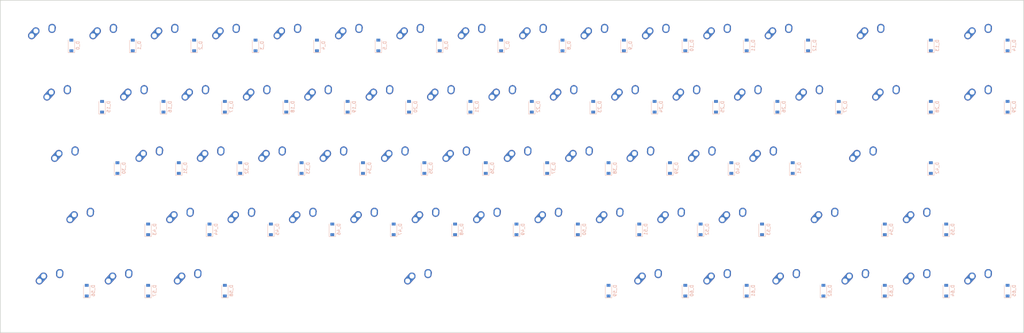
<source format=kicad_pcb>
(kicad_pcb (version 20171130) (host pcbnew "(5.0.0-3-g5ebb6b6)")
  (layers (0 F.Cu signal) (31 B.Cu signal) (34 B.Paste user) (35 F.Paste user) (36 B.SilkS user) (37 F.SilkS user) (38 B.Mask user) (39 F.Mask user) (44 Edge.Cuts user))
  (net 0 "")
  (net 1 "GND")
  (net 2 "VCC")
  (net 3 "col0")
  (net 4 "col1")
  (net 5 "col2")
  (net 6 "col3")
  (net 7 "col4")
  (net 8 "col5")
  (net 9 "col6")
  (net 10 "col7")
  (net 11 "col8")
  (net 12 "col9")
  (net 13 "col10")
  (net 14 "col11")
  (net 15 "col12")
  (net 16 "col13")
  (net 17 "col14")
  (net 18 "col15")
  (net 19 "col16")
  (net 20 "row0")
  (net 21 "row1")
  (net 22 "row2")
  (net 23 "row3")
  (net 24 "row4")
  (net 25 "row5")
  (net 26 "Net-(K_0-Pad1)")
  (net 27 "Net-(K_0-Pad2)")
  (net 28 "Net-(K_0-Pad3)")
  (net 29 "Net-(K_0-Pad4)")
  (net 30 "Net-(D_0-Pad1)")
  (net 31 "Net-(D_0-Pad2)")
  (net 32 "Net-(K_1-Pad1)")
  (net 33 "Net-(K_1-Pad2)")
  (net 34 "Net-(K_1-Pad3)")
  (net 35 "Net-(K_1-Pad4)")
  (net 36 "Net-(D_1-Pad1)")
  (net 37 "Net-(D_1-Pad2)")
  (net 38 "Net-(K_2-Pad1)")
  (net 39 "Net-(K_2-Pad2)")
  (net 40 "Net-(K_2-Pad3)")
  (net 41 "Net-(K_2-Pad4)")
  (net 42 "Net-(D_2-Pad1)")
  (net 43 "Net-(D_2-Pad2)")
  (net 44 "Net-(K_3-Pad1)")
  (net 45 "Net-(K_3-Pad2)")
  (net 46 "Net-(K_3-Pad3)")
  (net 47 "Net-(K_3-Pad4)")
  (net 48 "Net-(D_3-Pad1)")
  (net 49 "Net-(D_3-Pad2)")
  (net 50 "Net-(K_4-Pad1)")
  (net 51 "Net-(K_4-Pad2)")
  (net 52 "Net-(K_4-Pad3)")
  (net 53 "Net-(K_4-Pad4)")
  (net 54 "Net-(D_4-Pad1)")
  (net 55 "Net-(D_4-Pad2)")
  (net 56 "Net-(K_5-Pad1)")
  (net 57 "Net-(K_5-Pad2)")
  (net 58 "Net-(K_5-Pad3)")
  (net 59 "Net-(K_5-Pad4)")
  (net 60 "Net-(D_5-Pad1)")
  (net 61 "Net-(D_5-Pad2)")
  (net 62 "Net-(K_6-Pad1)")
  (net 63 "Net-(K_6-Pad2)")
  (net 64 "Net-(K_6-Pad3)")
  (net 65 "Net-(K_6-Pad4)")
  (net 66 "Net-(D_6-Pad1)")
  (net 67 "Net-(D_6-Pad2)")
  (net 68 "Net-(K_7-Pad1)")
  (net 69 "Net-(K_7-Pad2)")
  (net 70 "Net-(K_7-Pad3)")
  (net 71 "Net-(K_7-Pad4)")
  (net 72 "Net-(D_7-Pad1)")
  (net 73 "Net-(D_7-Pad2)")
  (net 74 "Net-(K_8-Pad1)")
  (net 75 "Net-(K_8-Pad2)")
  (net 76 "Net-(K_8-Pad3)")
  (net 77 "Net-(K_8-Pad4)")
  (net 78 "Net-(D_8-Pad1)")
  (net 79 "Net-(D_8-Pad2)")
  (net 80 "Net-(K_9-Pad1)")
  (net 81 "Net-(K_9-Pad2)")
  (net 82 "Net-(K_9-Pad3)")
  (net 83 "Net-(K_9-Pad4)")
  (net 84 "Net-(D_9-Pad1)")
  (net 85 "Net-(D_9-Pad2)")
  (net 86 "Net-(K_10-Pad1)")
  (net 87 "Net-(K_10-Pad2)")
  (net 88 "Net-(K_10-Pad3)")
  (net 89 "Net-(K_10-Pad4)")
  (net 90 "Net-(D_10-Pad1)")
  (net 91 "Net-(D_10-Pad2)")
  (net 92 "Net-(K_11-Pad1)")
  (net 93 "Net-(K_11-Pad2)")
  (net 94 "Net-(K_11-Pad3)")
  (net 95 "Net-(K_11-Pad4)")
  (net 96 "Net-(D_11-Pad1)")
  (net 97 "Net-(D_11-Pad2)")
  (net 98 "Net-(K_12-Pad1)")
  (net 99 "Net-(K_12-Pad2)")
  (net 100 "Net-(K_12-Pad3)")
  (net 101 "Net-(K_12-Pad4)")
  (net 102 "Net-(D_12-Pad1)")
  (net 103 "Net-(D_12-Pad2)")
  (net 104 "Net-(K_13-Pad1)")
  (net 105 "Net-(K_13-Pad2)")
  (net 106 "Net-(K_13-Pad3)")
  (net 107 "Net-(K_13-Pad4)")
  (net 108 "Net-(D_13-Pad1)")
  (net 109 "Net-(D_13-Pad2)")
  (net 110 "Net-(K_14-Pad1)")
  (net 111 "Net-(K_14-Pad2)")
  (net 112 "Net-(K_14-Pad3)")
  (net 113 "Net-(K_14-Pad4)")
  (net 114 "Net-(D_14-Pad1)")
  (net 115 "Net-(D_14-Pad2)")
  (net 116 "Net-(K_15-Pad1)")
  (net 117 "Net-(K_15-Pad2)")
  (net 118 "Net-(K_15-Pad3)")
  (net 119 "Net-(K_15-Pad4)")
  (net 120 "Net-(D_15-Pad1)")
  (net 121 "Net-(D_15-Pad2)")
  (net 122 "Net-(K_16-Pad1)")
  (net 123 "Net-(K_16-Pad2)")
  (net 124 "Net-(K_16-Pad3)")
  (net 125 "Net-(K_16-Pad4)")
  (net 126 "Net-(D_16-Pad1)")
  (net 127 "Net-(D_16-Pad2)")
  (net 128 "Net-(K_17-Pad1)")
  (net 129 "Net-(K_17-Pad2)")
  (net 130 "Net-(K_17-Pad3)")
  (net 131 "Net-(K_17-Pad4)")
  (net 132 "Net-(D_17-Pad1)")
  (net 133 "Net-(D_17-Pad2)")
  (net 134 "Net-(K_18-Pad1)")
  (net 135 "Net-(K_18-Pad2)")
  (net 136 "Net-(K_18-Pad3)")
  (net 137 "Net-(K_18-Pad4)")
  (net 138 "Net-(D_18-Pad1)")
  (net 139 "Net-(D_18-Pad2)")
  (net 140 "Net-(K_19-Pad1)")
  (net 141 "Net-(K_19-Pad2)")
  (net 142 "Net-(K_19-Pad3)")
  (net 143 "Net-(K_19-Pad4)")
  (net 144 "Net-(D_19-Pad1)")
  (net 145 "Net-(D_19-Pad2)")
  (net 146 "Net-(K_20-Pad1)")
  (net 147 "Net-(K_20-Pad2)")
  (net 148 "Net-(K_20-Pad3)")
  (net 149 "Net-(K_20-Pad4)")
  (net 150 "Net-(D_20-Pad1)")
  (net 151 "Net-(D_20-Pad2)")
  (net 152 "Net-(K_21-Pad1)")
  (net 153 "Net-(K_21-Pad2)")
  (net 154 "Net-(K_21-Pad3)")
  (net 155 "Net-(K_21-Pad4)")
  (net 156 "Net-(D_21-Pad1)")
  (net 157 "Net-(D_21-Pad2)")
  (net 158 "Net-(K_22-Pad1)")
  (net 159 "Net-(K_22-Pad2)")
  (net 160 "Net-(K_22-Pad3)")
  (net 161 "Net-(K_22-Pad4)")
  (net 162 "Net-(D_22-Pad1)")
  (net 163 "Net-(D_22-Pad2)")
  (net 164 "Net-(K_23-Pad1)")
  (net 165 "Net-(K_23-Pad2)")
  (net 166 "Net-(K_23-Pad3)")
  (net 167 "Net-(K_23-Pad4)")
  (net 168 "Net-(D_23-Pad1)")
  (net 169 "Net-(D_23-Pad2)")
  (net 170 "Net-(K_24-Pad1)")
  (net 171 "Net-(K_24-Pad2)")
  (net 172 "Net-(K_24-Pad3)")
  (net 173 "Net-(K_24-Pad4)")
  (net 174 "Net-(D_24-Pad1)")
  (net 175 "Net-(D_24-Pad2)")
  (net 176 "Net-(K_25-Pad1)")
  (net 177 "Net-(K_25-Pad2)")
  (net 178 "Net-(K_25-Pad3)")
  (net 179 "Net-(K_25-Pad4)")
  (net 180 "Net-(D_25-Pad1)")
  (net 181 "Net-(D_25-Pad2)")
  (net 182 "Net-(K_26-Pad1)")
  (net 183 "Net-(K_26-Pad2)")
  (net 184 "Net-(K_26-Pad3)")
  (net 185 "Net-(K_26-Pad4)")
  (net 186 "Net-(D_26-Pad1)")
  (net 187 "Net-(D_26-Pad2)")
  (net 188 "Net-(K_27-Pad1)")
  (net 189 "Net-(K_27-Pad2)")
  (net 190 "Net-(K_27-Pad3)")
  (net 191 "Net-(K_27-Pad4)")
  (net 192 "Net-(D_27-Pad1)")
  (net 193 "Net-(D_27-Pad2)")
  (net 194 "Net-(K_28-Pad1)")
  (net 195 "Net-(K_28-Pad2)")
  (net 196 "Net-(K_28-Pad3)")
  (net 197 "Net-(K_28-Pad4)")
  (net 198 "Net-(D_28-Pad1)")
  (net 199 "Net-(D_28-Pad2)")
  (net 200 "Net-(K_29-Pad1)")
  (net 201 "Net-(K_29-Pad2)")
  (net 202 "Net-(K_29-Pad3)")
  (net 203 "Net-(K_29-Pad4)")
  (net 204 "Net-(D_29-Pad1)")
  (net 205 "Net-(D_29-Pad2)")
  (net 206 "Net-(K_30-Pad1)")
  (net 207 "Net-(K_30-Pad2)")
  (net 208 "Net-(K_30-Pad3)")
  (net 209 "Net-(K_30-Pad4)")
  (net 210 "Net-(D_30-Pad1)")
  (net 211 "Net-(D_30-Pad2)")
  (net 212 "Net-(K_31-Pad1)")
  (net 213 "Net-(K_31-Pad2)")
  (net 214 "Net-(K_31-Pad3)")
  (net 215 "Net-(K_31-Pad4)")
  (net 216 "Net-(D_31-Pad1)")
  (net 217 "Net-(D_31-Pad2)")
  (net 218 "Net-(K_32-Pad1)")
  (net 219 "Net-(K_32-Pad2)")
  (net 220 "Net-(K_32-Pad3)")
  (net 221 "Net-(K_32-Pad4)")
  (net 222 "Net-(D_32-Pad1)")
  (net 223 "Net-(D_32-Pad2)")
  (net 224 "Net-(K_33-Pad1)")
  (net 225 "Net-(K_33-Pad2)")
  (net 226 "Net-(K_33-Pad3)")
  (net 227 "Net-(K_33-Pad4)")
  (net 228 "Net-(D_33-Pad1)")
  (net 229 "Net-(D_33-Pad2)")
  (net 230 "Net-(K_34-Pad1)")
  (net 231 "Net-(K_34-Pad2)")
  (net 232 "Net-(K_34-Pad3)")
  (net 233 "Net-(K_34-Pad4)")
  (net 234 "Net-(D_34-Pad1)")
  (net 235 "Net-(D_34-Pad2)")
  (net 236 "Net-(K_35-Pad1)")
  (net 237 "Net-(K_35-Pad2)")
  (net 238 "Net-(K_35-Pad3)")
  (net 239 "Net-(K_35-Pad4)")
  (net 240 "Net-(D_35-Pad1)")
  (net 241 "Net-(D_35-Pad2)")
  (net 242 "Net-(K_36-Pad1)")
  (net 243 "Net-(K_36-Pad2)")
  (net 244 "Net-(K_36-Pad3)")
  (net 245 "Net-(K_36-Pad4)")
  (net 246 "Net-(D_36-Pad1)")
  (net 247 "Net-(D_36-Pad2)")
  (net 248 "Net-(K_37-Pad1)")
  (net 249 "Net-(K_37-Pad2)")
  (net 250 "Net-(K_37-Pad3)")
  (net 251 "Net-(K_37-Pad4)")
  (net 252 "Net-(D_37-Pad1)")
  (net 253 "Net-(D_37-Pad2)")
  (net 254 "Net-(K_38-Pad1)")
  (net 255 "Net-(K_38-Pad2)")
  (net 256 "Net-(K_38-Pad3)")
  (net 257 "Net-(K_38-Pad4)")
  (net 258 "Net-(D_38-Pad1)")
  (net 259 "Net-(D_38-Pad2)")
  (net 260 "Net-(K_39-Pad1)")
  (net 261 "Net-(K_39-Pad2)")
  (net 262 "Net-(K_39-Pad3)")
  (net 263 "Net-(K_39-Pad4)")
  (net 264 "Net-(D_39-Pad1)")
  (net 265 "Net-(D_39-Pad2)")
  (net 266 "Net-(K_40-Pad1)")
  (net 267 "Net-(K_40-Pad2)")
  (net 268 "Net-(K_40-Pad3)")
  (net 269 "Net-(K_40-Pad4)")
  (net 270 "Net-(D_40-Pad1)")
  (net 271 "Net-(D_40-Pad2)")
  (net 272 "Net-(K_41-Pad1)")
  (net 273 "Net-(K_41-Pad2)")
  (net 274 "Net-(K_41-Pad3)")
  (net 275 "Net-(K_41-Pad4)")
  (net 276 "Net-(D_41-Pad1)")
  (net 277 "Net-(D_41-Pad2)")
  (net 278 "Net-(K_42-Pad1)")
  (net 279 "Net-(K_42-Pad2)")
  (net 280 "Net-(K_42-Pad3)")
  (net 281 "Net-(K_42-Pad4)")
  (net 282 "Net-(D_42-Pad1)")
  (net 283 "Net-(D_42-Pad2)")
  (net 284 "Net-(K_43-Pad1)")
  (net 285 "Net-(K_43-Pad2)")
  (net 286 "Net-(K_43-Pad3)")
  (net 287 "Net-(K_43-Pad4)")
  (net 288 "Net-(D_43-Pad1)")
  (net 289 "Net-(D_43-Pad2)")
  (net 290 "Net-(K_44-Pad1)")
  (net 291 "Net-(K_44-Pad2)")
  (net 292 "Net-(K_44-Pad3)")
  (net 293 "Net-(K_44-Pad4)")
  (net 294 "Net-(D_44-Pad1)")
  (net 295 "Net-(D_44-Pad2)")
  (net 296 "Net-(K_45-Pad1)")
  (net 297 "Net-(K_45-Pad2)")
  (net 298 "Net-(K_45-Pad3)")
  (net 299 "Net-(K_45-Pad4)")
  (net 300 "Net-(D_45-Pad1)")
  (net 301 "Net-(D_45-Pad2)")
  (net 302 "Net-(K_46-Pad1)")
  (net 303 "Net-(K_46-Pad2)")
  (net 304 "Net-(K_46-Pad3)")
  (net 305 "Net-(K_46-Pad4)")
  (net 306 "Net-(D_46-Pad1)")
  (net 307 "Net-(D_46-Pad2)")
  (net 308 "Net-(K_47-Pad1)")
  (net 309 "Net-(K_47-Pad2)")
  (net 310 "Net-(K_47-Pad3)")
  (net 311 "Net-(K_47-Pad4)")
  (net 312 "Net-(D_47-Pad1)")
  (net 313 "Net-(D_47-Pad2)")
  (net 314 "Net-(K_48-Pad1)")
  (net 315 "Net-(K_48-Pad2)")
  (net 316 "Net-(K_48-Pad3)")
  (net 317 "Net-(K_48-Pad4)")
  (net 318 "Net-(D_48-Pad1)")
  (net 319 "Net-(D_48-Pad2)")
  (net 320 "Net-(K_49-Pad1)")
  (net 321 "Net-(K_49-Pad2)")
  (net 322 "Net-(K_49-Pad3)")
  (net 323 "Net-(K_49-Pad4)")
  (net 324 "Net-(D_49-Pad1)")
  (net 325 "Net-(D_49-Pad2)")
  (net 326 "Net-(K_50-Pad1)")
  (net 327 "Net-(K_50-Pad2)")
  (net 328 "Net-(K_50-Pad3)")
  (net 329 "Net-(K_50-Pad4)")
  (net 330 "Net-(D_50-Pad1)")
  (net 331 "Net-(D_50-Pad2)")
  (net 332 "Net-(K_51-Pad1)")
  (net 333 "Net-(K_51-Pad2)")
  (net 334 "Net-(K_51-Pad3)")
  (net 335 "Net-(K_51-Pad4)")
  (net 336 "Net-(D_51-Pad1)")
  (net 337 "Net-(D_51-Pad2)")
  (net 338 "Net-(K_52-Pad1)")
  (net 339 "Net-(K_52-Pad2)")
  (net 340 "Net-(K_52-Pad3)")
  (net 341 "Net-(K_52-Pad4)")
  (net 342 "Net-(D_52-Pad1)")
  (net 343 "Net-(D_52-Pad2)")
  (net 344 "Net-(K_53-Pad1)")
  (net 345 "Net-(K_53-Pad2)")
  (net 346 "Net-(K_53-Pad3)")
  (net 347 "Net-(K_53-Pad4)")
  (net 348 "Net-(D_53-Pad1)")
  (net 349 "Net-(D_53-Pad2)")
  (net 350 "Net-(K_54-Pad1)")
  (net 351 "Net-(K_54-Pad2)")
  (net 352 "Net-(K_54-Pad3)")
  (net 353 "Net-(K_54-Pad4)")
  (net 354 "Net-(D_54-Pad1)")
  (net 355 "Net-(D_54-Pad2)")
  (net 356 "Net-(K_55-Pad1)")
  (net 357 "Net-(K_55-Pad2)")
  (net 358 "Net-(K_55-Pad3)")
  (net 359 "Net-(K_55-Pad4)")
  (net 360 "Net-(D_55-Pad1)")
  (net 361 "Net-(D_55-Pad2)")
  (net 362 "Net-(K_56-Pad1)")
  (net 363 "Net-(K_56-Pad2)")
  (net 364 "Net-(K_56-Pad3)")
  (net 365 "Net-(K_56-Pad4)")
  (net 366 "Net-(D_56-Pad1)")
  (net 367 "Net-(D_56-Pad2)")
  (net 368 "Net-(K_57-Pad1)")
  (net 369 "Net-(K_57-Pad2)")
  (net 370 "Net-(K_57-Pad3)")
  (net 371 "Net-(K_57-Pad4)")
  (net 372 "Net-(D_57-Pad1)")
  (net 373 "Net-(D_57-Pad2)")
  (net 374 "Net-(K_58-Pad1)")
  (net 375 "Net-(K_58-Pad2)")
  (net 376 "Net-(K_58-Pad3)")
  (net 377 "Net-(K_58-Pad4)")
  (net 378 "Net-(D_58-Pad1)")
  (net 379 "Net-(D_58-Pad2)")
  (net 380 "Net-(K_59-Pad1)")
  (net 381 "Net-(K_59-Pad2)")
  (net 382 "Net-(K_59-Pad3)")
  (net 383 "Net-(K_59-Pad4)")
  (net 384 "Net-(D_59-Pad1)")
  (net 385 "Net-(D_59-Pad2)")
  (net 386 "Net-(K_60-Pad1)")
  (net 387 "Net-(K_60-Pad2)")
  (net 388 "Net-(K_60-Pad3)")
  (net 389 "Net-(K_60-Pad4)")
  (net 390 "Net-(D_60-Pad1)")
  (net 391 "Net-(D_60-Pad2)")
  (net 392 "Net-(K_61-Pad1)")
  (net 393 "Net-(K_61-Pad2)")
  (net 394 "Net-(K_61-Pad3)")
  (net 395 "Net-(K_61-Pad4)")
  (net 396 "Net-(D_61-Pad1)")
  (net 397 "Net-(D_61-Pad2)")
  (net 398 "Net-(K_62-Pad1)")
  (net 399 "Net-(K_62-Pad2)")
  (net 400 "Net-(K_62-Pad3)")
  (net 401 "Net-(K_62-Pad4)")
  (net 402 "Net-(D_62-Pad1)")
  (net 403 "Net-(D_62-Pad2)")
  (net 404 "Net-(K_63-Pad1)")
  (net 405 "Net-(K_63-Pad2)")
  (net 406 "Net-(K_63-Pad3)")
  (net 407 "Net-(K_63-Pad4)")
  (net 408 "Net-(D_63-Pad1)")
  (net 409 "Net-(D_63-Pad2)")
  (net 410 "Net-(K_64-Pad1)")
  (net 411 "Net-(K_64-Pad2)")
  (net 412 "Net-(K_64-Pad3)")
  (net 413 "Net-(K_64-Pad4)")
  (net 414 "Net-(D_64-Pad1)")
  (net 415 "Net-(D_64-Pad2)")
  (net 416 "Net-(K_65-Pad1)")
  (net 417 "Net-(K_65-Pad2)")
  (net 418 "Net-(K_65-Pad3)")
  (net 419 "Net-(K_65-Pad4)")
  (net 420 "Net-(D_65-Pad1)")
  (net 421 "Net-(D_65-Pad2)")
  (module MX_Alps_Hybrid:MX-1U-NoLED (layer F.Cu) (at 9.525 9.525)
    (fp_text reference K_0)
    (fp_text value KEYSW)
    (pad 1 thru_hole circle (at -2.5 -4) (size 2.25 2.25) (drill 1.47) (layers *.Cu B.Mask) (net 3 "col0"))
    (pad 1 thru_hole oval (at -3.81 -2.54 48.0996) (size 4.211556 2.25) (drill 1.47 (offset 0.980778 0)) (layers *.Cu B.Mask) (net 3 "col0"))
    (pad 2 thru_hole oval (at 2.5 -4.5 86.0548) (size 2.831378 2.25) (drill 1.47 (offset 0.290689 0)) (layers *.Cu B.Mask) (net 31 "Net-(D_0-Pad2)"))
    (pad 2 thru_hole circle (at 2.54 -5.08) (size 2.25 2.25) (drill 1.47) (layers *.Cu B.Mask) (net 31 "Net-(D_0-Pad2)"))
    (pad "" np_thru_hole circle (at 0 0) (size 3.9878 3.9878) (drill 3.9878) (layers *.Cu *.Mask))
    (pad "" np_thru_hole circle (at -5.08 0 48.0996) (size 1.75 1.75) (drill 1.75) (layers *.Cu *.Mask))
    (pad "" np_thru_hole circle (at 5.08 0 48.0996) (size 1.75 1.75) (drill 1.75) (layers *.Cu *.Mask))
  )
  (module Diode_SMD:D_SOD-123 (layer B.Cu) (at 18.05 10.025 90)
    (fp_text reference D_0 (at 0 2 90) (layer B.SilkS) (effects (justify mirror)))
    (fp_text value D)
    (pad 2 smd rect (at 1.65 0 90) (size 0.9 1.2) (layers B.Cu B.Paste B.Mask) (net 31 "Net-(D_0-Pad2)"))
    (pad 1 smd rect (at -1.65 0 90) (size 0.9 1.2) (layers B.Cu B.Paste B.Mask) (net 20 "row0"))
  )
  (module MX_Alps_Hybrid:MX-1U-NoLED (layer F.Cu) (at 28.575 9.525)
    (fp_text reference K_1)
    (fp_text value KEYSW)
    (pad 1 thru_hole circle (at -2.5 -4) (size 2.25 2.25) (drill 1.47) (layers *.Cu B.Mask) (net 4 "col1"))
    (pad 1 thru_hole oval (at -3.81 -2.54 48.0996) (size 4.211556 2.25) (drill 1.47 (offset 0.980778 0)) (layers *.Cu B.Mask) (net 4 "col1"))
    (pad 2 thru_hole oval (at 2.5 -4.5 86.0548) (size 2.831378 2.25) (drill 1.47 (offset 0.290689 0)) (layers *.Cu B.Mask) (net 37 "Net-(D_1-Pad2)"))
    (pad 2 thru_hole circle (at 2.54 -5.08) (size 2.25 2.25) (drill 1.47) (layers *.Cu B.Mask) (net 37 "Net-(D_1-Pad2)"))
    (pad "" np_thru_hole circle (at 0 0) (size 3.9878 3.9878) (drill 3.9878) (layers *.Cu *.Mask))
    (pad "" np_thru_hole circle (at -5.08 0 48.0996) (size 1.75 1.75) (drill 1.75) (layers *.Cu *.Mask))
    (pad "" np_thru_hole circle (at 5.08 0 48.0996) (size 1.75 1.75) (drill 1.75) (layers *.Cu *.Mask))
  )
  (module Diode_SMD:D_SOD-123 (layer B.Cu) (at 37.1 10.025 90)
    (fp_text reference D_1 (at 0 2 90) (layer B.SilkS) (effects (justify mirror)))
    (fp_text value D)
    (pad 2 smd rect (at 1.65 0 90) (size 0.9 1.2) (layers B.Cu B.Paste B.Mask) (net 37 "Net-(D_1-Pad2)"))
    (pad 1 smd rect (at -1.65 0 90) (size 0.9 1.2) (layers B.Cu B.Paste B.Mask) (net 20 "row0"))
  )
  (module MX_Alps_Hybrid:MX-1U-NoLED (layer F.Cu) (at 47.625 9.525)
    (fp_text reference K_2)
    (fp_text value KEYSW)
    (pad 1 thru_hole circle (at -2.5 -4) (size 2.25 2.25) (drill 1.47) (layers *.Cu B.Mask) (net 5 "col2"))
    (pad 1 thru_hole oval (at -3.81 -2.54 48.0996) (size 4.211556 2.25) (drill 1.47 (offset 0.980778 0)) (layers *.Cu B.Mask) (net 5 "col2"))
    (pad 2 thru_hole oval (at 2.5 -4.5 86.0548) (size 2.831378 2.25) (drill 1.47 (offset 0.290689 0)) (layers *.Cu B.Mask) (net 43 "Net-(D_2-Pad2)"))
    (pad 2 thru_hole circle (at 2.54 -5.08) (size 2.25 2.25) (drill 1.47) (layers *.Cu B.Mask) (net 43 "Net-(D_2-Pad2)"))
    (pad "" np_thru_hole circle (at 0 0) (size 3.9878 3.9878) (drill 3.9878) (layers *.Cu *.Mask))
    (pad "" np_thru_hole circle (at -5.08 0 48.0996) (size 1.75 1.75) (drill 1.75) (layers *.Cu *.Mask))
    (pad "" np_thru_hole circle (at 5.08 0 48.0996) (size 1.75 1.75) (drill 1.75) (layers *.Cu *.Mask))
  )
  (module Diode_SMD:D_SOD-123 (layer B.Cu) (at 56.15 10.025 90)
    (fp_text reference D_2 (at 0 2 90) (layer B.SilkS) (effects (justify mirror)))
    (fp_text value D)
    (pad 2 smd rect (at 1.65 0 90) (size 0.9 1.2) (layers B.Cu B.Paste B.Mask) (net 43 "Net-(D_2-Pad2)"))
    (pad 1 smd rect (at -1.65 0 90) (size 0.9 1.2) (layers B.Cu B.Paste B.Mask) (net 20 "row0"))
  )
  (module MX_Alps_Hybrid:MX-1U-NoLED (layer F.Cu) (at 66.675 9.525)
    (fp_text reference K_3)
    (fp_text value KEYSW)
    (pad 1 thru_hole circle (at -2.5 -4) (size 2.25 2.25) (drill 1.47) (layers *.Cu B.Mask) (net 6 "col3"))
    (pad 1 thru_hole oval (at -3.81 -2.54 48.0996) (size 4.211556 2.25) (drill 1.47 (offset 0.980778 0)) (layers *.Cu B.Mask) (net 6 "col3"))
    (pad 2 thru_hole oval (at 2.5 -4.5 86.0548) (size 2.831378 2.25) (drill 1.47 (offset 0.290689 0)) (layers *.Cu B.Mask) (net 49 "Net-(D_3-Pad2)"))
    (pad 2 thru_hole circle (at 2.54 -5.08) (size 2.25 2.25) (drill 1.47) (layers *.Cu B.Mask) (net 49 "Net-(D_3-Pad2)"))
    (pad "" np_thru_hole circle (at 0 0) (size 3.9878 3.9878) (drill 3.9878) (layers *.Cu *.Mask))
    (pad "" np_thru_hole circle (at -5.08 0 48.0996) (size 1.75 1.75) (drill 1.75) (layers *.Cu *.Mask))
    (pad "" np_thru_hole circle (at 5.08 0 48.0996) (size 1.75 1.75) (drill 1.75) (layers *.Cu *.Mask))
  )
  (module Diode_SMD:D_SOD-123 (layer B.Cu) (at 75.2 10.025 90)
    (fp_text reference D_3 (at 0 2 90) (layer B.SilkS) (effects (justify mirror)))
    (fp_text value D)
    (pad 2 smd rect (at 1.65 0 90) (size 0.9 1.2) (layers B.Cu B.Paste B.Mask) (net 49 "Net-(D_3-Pad2)"))
    (pad 1 smd rect (at -1.65 0 90) (size 0.9 1.2) (layers B.Cu B.Paste B.Mask) (net 20 "row0"))
  )
  (module MX_Alps_Hybrid:MX-1U-NoLED (layer F.Cu) (at 85.725 9.525)
    (fp_text reference K_4)
    (fp_text value KEYSW)
    (pad 1 thru_hole circle (at -2.5 -4) (size 2.25 2.25) (drill 1.47) (layers *.Cu B.Mask) (net 7 "col4"))
    (pad 1 thru_hole oval (at -3.81 -2.54 48.0996) (size 4.211556 2.25) (drill 1.47 (offset 0.980778 0)) (layers *.Cu B.Mask) (net 7 "col4"))
    (pad 2 thru_hole oval (at 2.5 -4.5 86.0548) (size 2.831378 2.25) (drill 1.47 (offset 0.290689 0)) (layers *.Cu B.Mask) (net 55 "Net-(D_4-Pad2)"))
    (pad 2 thru_hole circle (at 2.54 -5.08) (size 2.25 2.25) (drill 1.47) (layers *.Cu B.Mask) (net 55 "Net-(D_4-Pad2)"))
    (pad "" np_thru_hole circle (at 0 0) (size 3.9878 3.9878) (drill 3.9878) (layers *.Cu *.Mask))
    (pad "" np_thru_hole circle (at -5.08 0 48.0996) (size 1.75 1.75) (drill 1.75) (layers *.Cu *.Mask))
    (pad "" np_thru_hole circle (at 5.08 0 48.0996) (size 1.75 1.75) (drill 1.75) (layers *.Cu *.Mask))
  )
  (module Diode_SMD:D_SOD-123 (layer B.Cu) (at 94.25 10.025 90)
    (fp_text reference D_4 (at 0 2 90) (layer B.SilkS) (effects (justify mirror)))
    (fp_text value D)
    (pad 2 smd rect (at 1.65 0 90) (size 0.9 1.2) (layers B.Cu B.Paste B.Mask) (net 55 "Net-(D_4-Pad2)"))
    (pad 1 smd rect (at -1.65 0 90) (size 0.9 1.2) (layers B.Cu B.Paste B.Mask) (net 20 "row0"))
  )
  (module MX_Alps_Hybrid:MX-1U-NoLED (layer F.Cu) (at 104.775 9.525)
    (fp_text reference K_5)
    (fp_text value KEYSW)
    (pad 1 thru_hole circle (at -2.5 -4) (size 2.25 2.25) (drill 1.47) (layers *.Cu B.Mask) (net 8 "col5"))
    (pad 1 thru_hole oval (at -3.81 -2.54 48.0996) (size 4.211556 2.25) (drill 1.47 (offset 0.980778 0)) (layers *.Cu B.Mask) (net 8 "col5"))
    (pad 2 thru_hole oval (at 2.5 -4.5 86.0548) (size 2.831378 2.25) (drill 1.47 (offset 0.290689 0)) (layers *.Cu B.Mask) (net 61 "Net-(D_5-Pad2)"))
    (pad 2 thru_hole circle (at 2.54 -5.08) (size 2.25 2.25) (drill 1.47) (layers *.Cu B.Mask) (net 61 "Net-(D_5-Pad2)"))
    (pad "" np_thru_hole circle (at 0 0) (size 3.9878 3.9878) (drill 3.9878) (layers *.Cu *.Mask))
    (pad "" np_thru_hole circle (at -5.08 0 48.0996) (size 1.75 1.75) (drill 1.75) (layers *.Cu *.Mask))
    (pad "" np_thru_hole circle (at 5.08 0 48.0996) (size 1.75 1.75) (drill 1.75) (layers *.Cu *.Mask))
  )
  (module Diode_SMD:D_SOD-123 (layer B.Cu) (at 113.3 10.025 90)
    (fp_text reference D_5 (at 0 2 90) (layer B.SilkS) (effects (justify mirror)))
    (fp_text value D)
    (pad 2 smd rect (at 1.65 0 90) (size 0.9 1.2) (layers B.Cu B.Paste B.Mask) (net 61 "Net-(D_5-Pad2)"))
    (pad 1 smd rect (at -1.65 0 90) (size 0.9 1.2) (layers B.Cu B.Paste B.Mask) (net 20 "row0"))
  )
  (module MX_Alps_Hybrid:MX-1U-NoLED (layer F.Cu) (at 123.825 9.525)
    (fp_text reference K_6)
    (fp_text value KEYSW)
    (pad 1 thru_hole circle (at -2.5 -4) (size 2.25 2.25) (drill 1.47) (layers *.Cu B.Mask) (net 9 "col6"))
    (pad 1 thru_hole oval (at -3.81 -2.54 48.0996) (size 4.211556 2.25) (drill 1.47 (offset 0.980778 0)) (layers *.Cu B.Mask) (net 9 "col6"))
    (pad 2 thru_hole oval (at 2.5 -4.5 86.0548) (size 2.831378 2.25) (drill 1.47 (offset 0.290689 0)) (layers *.Cu B.Mask) (net 67 "Net-(D_6-Pad2)"))
    (pad 2 thru_hole circle (at 2.54 -5.08) (size 2.25 2.25) (drill 1.47) (layers *.Cu B.Mask) (net 67 "Net-(D_6-Pad2)"))
    (pad "" np_thru_hole circle (at 0 0) (size 3.9878 3.9878) (drill 3.9878) (layers *.Cu *.Mask))
    (pad "" np_thru_hole circle (at -5.08 0 48.0996) (size 1.75 1.75) (drill 1.75) (layers *.Cu *.Mask))
    (pad "" np_thru_hole circle (at 5.08 0 48.0996) (size 1.75 1.75) (drill 1.75) (layers *.Cu *.Mask))
  )
  (module Diode_SMD:D_SOD-123 (layer B.Cu) (at 132.35 10.025 90)
    (fp_text reference D_6 (at 0 2 90) (layer B.SilkS) (effects (justify mirror)))
    (fp_text value D)
    (pad 2 smd rect (at 1.65 0 90) (size 0.9 1.2) (layers B.Cu B.Paste B.Mask) (net 67 "Net-(D_6-Pad2)"))
    (pad 1 smd rect (at -1.65 0 90) (size 0.9 1.2) (layers B.Cu B.Paste B.Mask) (net 20 "row0"))
  )
  (module MX_Alps_Hybrid:MX-1U-NoLED (layer F.Cu) (at 142.875 9.525)
    (fp_text reference K_7)
    (fp_text value KEYSW)
    (pad 1 thru_hole circle (at -2.5 -4) (size 2.25 2.25) (drill 1.47) (layers *.Cu B.Mask) (net 10 "col7"))
    (pad 1 thru_hole oval (at -3.81 -2.54 48.0996) (size 4.211556 2.25) (drill 1.47 (offset 0.980778 0)) (layers *.Cu B.Mask) (net 10 "col7"))
    (pad 2 thru_hole oval (at 2.5 -4.5 86.0548) (size 2.831378 2.25) (drill 1.47 (offset 0.290689 0)) (layers *.Cu B.Mask) (net 73 "Net-(D_7-Pad2)"))
    (pad 2 thru_hole circle (at 2.54 -5.08) (size 2.25 2.25) (drill 1.47) (layers *.Cu B.Mask) (net 73 "Net-(D_7-Pad2)"))
    (pad "" np_thru_hole circle (at 0 0) (size 3.9878 3.9878) (drill 3.9878) (layers *.Cu *.Mask))
    (pad "" np_thru_hole circle (at -5.08 0 48.0996) (size 1.75 1.75) (drill 1.75) (layers *.Cu *.Mask))
    (pad "" np_thru_hole circle (at 5.08 0 48.0996) (size 1.75 1.75) (drill 1.75) (layers *.Cu *.Mask))
  )
  (module Diode_SMD:D_SOD-123 (layer B.Cu) (at 151.4 10.025 90)
    (fp_text reference D_7 (at 0 2 90) (layer B.SilkS) (effects (justify mirror)))
    (fp_text value D)
    (pad 2 smd rect (at 1.65 0 90) (size 0.9 1.2) (layers B.Cu B.Paste B.Mask) (net 73 "Net-(D_7-Pad2)"))
    (pad 1 smd rect (at -1.65 0 90) (size 0.9 1.2) (layers B.Cu B.Paste B.Mask) (net 20 "row0"))
  )
  (module MX_Alps_Hybrid:MX-1U-NoLED (layer F.Cu) (at 161.925 9.525)
    (fp_text reference K_8)
    (fp_text value KEYSW)
    (pad 1 thru_hole circle (at -2.5 -4) (size 2.25 2.25) (drill 1.47) (layers *.Cu B.Mask) (net 11 "col8"))
    (pad 1 thru_hole oval (at -3.81 -2.54 48.0996) (size 4.211556 2.25) (drill 1.47 (offset 0.980778 0)) (layers *.Cu B.Mask) (net 11 "col8"))
    (pad 2 thru_hole oval (at 2.5 -4.5 86.0548) (size 2.831378 2.25) (drill 1.47 (offset 0.290689 0)) (layers *.Cu B.Mask) (net 79 "Net-(D_8-Pad2)"))
    (pad 2 thru_hole circle (at 2.54 -5.08) (size 2.25 2.25) (drill 1.47) (layers *.Cu B.Mask) (net 79 "Net-(D_8-Pad2)"))
    (pad "" np_thru_hole circle (at 0 0) (size 3.9878 3.9878) (drill 3.9878) (layers *.Cu *.Mask))
    (pad "" np_thru_hole circle (at -5.08 0 48.0996) (size 1.75 1.75) (drill 1.75) (layers *.Cu *.Mask))
    (pad "" np_thru_hole circle (at 5.08 0 48.0996) (size 1.75 1.75) (drill 1.75) (layers *.Cu *.Mask))
  )
  (module Diode_SMD:D_SOD-123 (layer B.Cu) (at 170.45 10.025 90)
    (fp_text reference D_8 (at 0 2 90) (layer B.SilkS) (effects (justify mirror)))
    (fp_text value D)
    (pad 2 smd rect (at 1.65 0 90) (size 0.9 1.2) (layers B.Cu B.Paste B.Mask) (net 79 "Net-(D_8-Pad2)"))
    (pad 1 smd rect (at -1.65 0 90) (size 0.9 1.2) (layers B.Cu B.Paste B.Mask) (net 20 "row0"))
  )
  (module MX_Alps_Hybrid:MX-1U-NoLED (layer F.Cu) (at 180.975 9.525)
    (fp_text reference K_9)
    (fp_text value KEYSW)
    (pad 1 thru_hole circle (at -2.5 -4) (size 2.25 2.25) (drill 1.47) (layers *.Cu B.Mask) (net 12 "col9"))
    (pad 1 thru_hole oval (at -3.81 -2.54 48.0996) (size 4.211556 2.25) (drill 1.47 (offset 0.980778 0)) (layers *.Cu B.Mask) (net 12 "col9"))
    (pad 2 thru_hole oval (at 2.5 -4.5 86.0548) (size 2.831378 2.25) (drill 1.47 (offset 0.290689 0)) (layers *.Cu B.Mask) (net 85 "Net-(D_9-Pad2)"))
    (pad 2 thru_hole circle (at 2.54 -5.08) (size 2.25 2.25) (drill 1.47) (layers *.Cu B.Mask) (net 85 "Net-(D_9-Pad2)"))
    (pad "" np_thru_hole circle (at 0 0) (size 3.9878 3.9878) (drill 3.9878) (layers *.Cu *.Mask))
    (pad "" np_thru_hole circle (at -5.08 0 48.0996) (size 1.75 1.75) (drill 1.75) (layers *.Cu *.Mask))
    (pad "" np_thru_hole circle (at 5.08 0 48.0996) (size 1.75 1.75) (drill 1.75) (layers *.Cu *.Mask))
  )
  (module Diode_SMD:D_SOD-123 (layer B.Cu) (at 189.5 10.025 90)
    (fp_text reference D_9 (at 0 2 90) (layer B.SilkS) (effects (justify mirror)))
    (fp_text value D)
    (pad 2 smd rect (at 1.65 0 90) (size 0.9 1.2) (layers B.Cu B.Paste B.Mask) (net 85 "Net-(D_9-Pad2)"))
    (pad 1 smd rect (at -1.65 0 90) (size 0.9 1.2) (layers B.Cu B.Paste B.Mask) (net 20 "row0"))
  )
  (module MX_Alps_Hybrid:MX-1U-NoLED (layer F.Cu) (at 200.025 9.525)
    (fp_text reference K_10)
    (fp_text value KEYSW)
    (pad 1 thru_hole circle (at -2.5 -4) (size 2.25 2.25) (drill 1.47) (layers *.Cu B.Mask) (net 13 "col10"))
    (pad 1 thru_hole oval (at -3.81 -2.54 48.0996) (size 4.211556 2.25) (drill 1.47 (offset 0.980778 0)) (layers *.Cu B.Mask) (net 13 "col10"))
    (pad 2 thru_hole oval (at 2.5 -4.5 86.0548) (size 2.831378 2.25) (drill 1.47 (offset 0.290689 0)) (layers *.Cu B.Mask) (net 91 "Net-(D_10-Pad2)"))
    (pad 2 thru_hole circle (at 2.54 -5.08) (size 2.25 2.25) (drill 1.47) (layers *.Cu B.Mask) (net 91 "Net-(D_10-Pad2)"))
    (pad "" np_thru_hole circle (at 0 0) (size 3.9878 3.9878) (drill 3.9878) (layers *.Cu *.Mask))
    (pad "" np_thru_hole circle (at -5.08 0 48.0996) (size 1.75 1.75) (drill 1.75) (layers *.Cu *.Mask))
    (pad "" np_thru_hole circle (at 5.08 0 48.0996) (size 1.75 1.75) (drill 1.75) (layers *.Cu *.Mask))
  )
  (module Diode_SMD:D_SOD-123 (layer B.Cu) (at 208.55 10.025 90)
    (fp_text reference D_10 (at 0 2 90) (layer B.SilkS) (effects (justify mirror)))
    (fp_text value D)
    (pad 2 smd rect (at 1.65 0 90) (size 0.9 1.2) (layers B.Cu B.Paste B.Mask) (net 91 "Net-(D_10-Pad2)"))
    (pad 1 smd rect (at -1.65 0 90) (size 0.9 1.2) (layers B.Cu B.Paste B.Mask) (net 20 "row0"))
  )
  (module MX_Alps_Hybrid:MX-1U-NoLED (layer F.Cu) (at 219.075 9.525)
    (fp_text reference K_11)
    (fp_text value KEYSW)
    (pad 1 thru_hole circle (at -2.5 -4) (size 2.25 2.25) (drill 1.47) (layers *.Cu B.Mask) (net 14 "col11"))
    (pad 1 thru_hole oval (at -3.81 -2.54 48.0996) (size 4.211556 2.25) (drill 1.47 (offset 0.980778 0)) (layers *.Cu B.Mask) (net 14 "col11"))
    (pad 2 thru_hole oval (at 2.5 -4.5 86.0548) (size 2.831378 2.25) (drill 1.47 (offset 0.290689 0)) (layers *.Cu B.Mask) (net 97 "Net-(D_11-Pad2)"))
    (pad 2 thru_hole circle (at 2.54 -5.08) (size 2.25 2.25) (drill 1.47) (layers *.Cu B.Mask) (net 97 "Net-(D_11-Pad2)"))
    (pad "" np_thru_hole circle (at 0 0) (size 3.9878 3.9878) (drill 3.9878) (layers *.Cu *.Mask))
    (pad "" np_thru_hole circle (at -5.08 0 48.0996) (size 1.75 1.75) (drill 1.75) (layers *.Cu *.Mask))
    (pad "" np_thru_hole circle (at 5.08 0 48.0996) (size 1.75 1.75) (drill 1.75) (layers *.Cu *.Mask))
  )
  (module Diode_SMD:D_SOD-123 (layer B.Cu) (at 227.6 10.025 90)
    (fp_text reference D_11 (at 0 2 90) (layer B.SilkS) (effects (justify mirror)))
    (fp_text value D)
    (pad 2 smd rect (at 1.65 0 90) (size 0.9 1.2) (layers B.Cu B.Paste B.Mask) (net 97 "Net-(D_11-Pad2)"))
    (pad 1 smd rect (at -1.65 0 90) (size 0.9 1.2) (layers B.Cu B.Paste B.Mask) (net 20 "row0"))
  )
  (module MX_Alps_Hybrid:MX-1U-NoLED (layer F.Cu) (at 238.125 9.525)
    (fp_text reference K_12)
    (fp_text value KEYSW)
    (pad 1 thru_hole circle (at -2.5 -4) (size 2.25 2.25) (drill 1.47) (layers *.Cu B.Mask) (net 15 "col12"))
    (pad 1 thru_hole oval (at -3.81 -2.54 48.0996) (size 4.211556 2.25) (drill 1.47 (offset 0.980778 0)) (layers *.Cu B.Mask) (net 15 "col12"))
    (pad 2 thru_hole oval (at 2.5 -4.5 86.0548) (size 2.831378 2.25) (drill 1.47 (offset 0.290689 0)) (layers *.Cu B.Mask) (net 103 "Net-(D_12-Pad2)"))
    (pad 2 thru_hole circle (at 2.54 -5.08) (size 2.25 2.25) (drill 1.47) (layers *.Cu B.Mask) (net 103 "Net-(D_12-Pad2)"))
    (pad "" np_thru_hole circle (at 0 0) (size 3.9878 3.9878) (drill 3.9878) (layers *.Cu *.Mask))
    (pad "" np_thru_hole circle (at -5.08 0 48.0996) (size 1.75 1.75) (drill 1.75) (layers *.Cu *.Mask))
    (pad "" np_thru_hole circle (at 5.08 0 48.0996) (size 1.75 1.75) (drill 1.75) (layers *.Cu *.Mask))
  )
  (module Diode_SMD:D_SOD-123 (layer B.Cu) (at 246.65 10.025 90)
    (fp_text reference D_12 (at 0 2 90) (layer B.SilkS) (effects (justify mirror)))
    (fp_text value D)
    (pad 2 smd rect (at 1.65 0 90) (size 0.9 1.2) (layers B.Cu B.Paste B.Mask) (net 103 "Net-(D_12-Pad2)"))
    (pad 1 smd rect (at -1.65 0 90) (size 0.9 1.2) (layers B.Cu B.Paste B.Mask) (net 20 "row0"))
  )
  (module MX_Alps_Hybrid:MX-2U-NoLED (layer F.Cu) (at 266.7 9.525)
    (fp_text reference K_13)
    (fp_text value KEYSW)
    (pad 1 thru_hole circle (at -2.5 -4) (size 2.25 2.25) (drill 1.47) (layers *.Cu B.Mask) (net 17 "col14"))
    (pad 1 thru_hole oval (at -3.81 -2.54 48.0996) (size 4.211556 2.25) (drill 1.47 (offset 0.980778 0)) (layers *.Cu B.Mask) (net 17 "col14"))
    (pad 2 thru_hole oval (at 2.5 -4.5 86.0548) (size 2.831378 2.25) (drill 1.47 (offset 0.290689 0)) (layers *.Cu B.Mask) (net 109 "Net-(D_13-Pad2)"))
    (pad 2 thru_hole circle (at 2.54 -5.08) (size 2.25 2.25) (drill 1.47) (layers *.Cu B.Mask) (net 109 "Net-(D_13-Pad2)"))
    (pad "" np_thru_hole circle (at 0 0) (size 3.9878 3.9878) (drill 3.9878) (layers *.Cu *.Mask))
    (pad "" np_thru_hole circle (at -5.08 0 48.0996) (size 1.75 1.75) (drill 1.75) (layers *.Cu *.Mask))
    (pad "" np_thru_hole circle (at 5.08 0 48.0996) (size 1.75 1.75) (drill 1.75) (layers *.Cu *.Mask))
    (pad "" np_thru_hole circle (at -11.938 -6.985) (size 3.048 3.048) (drill 3.048) (layers *.Cu *.Mask))
    (pad "" np_thru_hole circle (at 11.938 -6.985) (size 3.048 3.048) (drill 3.048) (layers *.Cu *.Mask))
    (pad "" np_thru_hole circle (at -11.938 8.255) (size 3.9878 3.9878) (drill 3.9878) (layers *.Cu *.Mask))
    (pad "" np_thru_hole circle (at 11.938 8.255) (size 3.9878 3.9878) (drill 3.9878) (layers *.Cu *.Mask))
  )
  (module Diode_SMD:D_SOD-123 (layer B.Cu) (at 284.75 10.025 90)
    (fp_text reference D_13 (at 0 2 90) (layer B.SilkS) (effects (justify mirror)))
    (fp_text value D)
    (pad 2 smd rect (at 1.65 0 90) (size 0.9 1.2) (layers B.Cu B.Paste B.Mask) (net 109 "Net-(D_13-Pad2)"))
    (pad 1 smd rect (at -1.65 0 90) (size 0.9 1.2) (layers B.Cu B.Paste B.Mask) (net 20 "row0"))
  )
  (module MX_Alps_Hybrid:MX-1U-NoLED (layer F.Cu) (at 300.0375 9.525)
    (fp_text reference K_14)
    (fp_text value KEYSW)
    (pad 1 thru_hole circle (at -2.5 -4) (size 2.25 2.25) (drill 1.47) (layers *.Cu B.Mask) (net 18 "col15"))
    (pad 1 thru_hole oval (at -3.81 -2.54 48.0996) (size 4.211556 2.25) (drill 1.47 (offset 0.980778 0)) (layers *.Cu B.Mask) (net 18 "col15"))
    (pad 2 thru_hole oval (at 2.5 -4.5 86.0548) (size 2.831378 2.25) (drill 1.47 (offset 0.290689 0)) (layers *.Cu B.Mask) (net 115 "Net-(D_14-Pad2)"))
    (pad 2 thru_hole circle (at 2.54 -5.08) (size 2.25 2.25) (drill 1.47) (layers *.Cu B.Mask) (net 115 "Net-(D_14-Pad2)"))
    (pad "" np_thru_hole circle (at 0 0) (size 3.9878 3.9878) (drill 3.9878) (layers *.Cu *.Mask))
    (pad "" np_thru_hole circle (at -5.08 0 48.0996) (size 1.75 1.75) (drill 1.75) (layers *.Cu *.Mask))
    (pad "" np_thru_hole circle (at 5.08 0 48.0996) (size 1.75 1.75) (drill 1.75) (layers *.Cu *.Mask))
  )
  (module Diode_SMD:D_SOD-123 (layer B.Cu) (at 308.5625 10.025 90)
    (fp_text reference D_14 (at 0 2 90) (layer B.SilkS) (effects (justify mirror)))
    (fp_text value D)
    (pad 2 smd rect (at 1.65 0 90) (size 0.9 1.2) (layers B.Cu B.Paste B.Mask) (net 115 "Net-(D_14-Pad2)"))
    (pad 1 smd rect (at -1.65 0 90) (size 0.9 1.2) (layers B.Cu B.Paste B.Mask) (net 20 "row0"))
  )
  (module MX_Alps_Hybrid:MX-1.5U-NoLED (layer F.Cu) (at 14.2875 28.575)
    (fp_text reference K_15)
    (fp_text value KEYSW)
    (pad 1 thru_hole circle (at -2.5 -4) (size 2.25 2.25) (drill 1.47) (layers *.Cu B.Mask) (net 3 "col0"))
    (pad 1 thru_hole oval (at -3.81 -2.54 48.0996) (size 4.211556 2.25) (drill 1.47 (offset 0.980778 0)) (layers *.Cu B.Mask) (net 3 "col0"))
    (pad 2 thru_hole oval (at 2.5 -4.5 86.0548) (size 2.831378 2.25) (drill 1.47 (offset 0.290689 0)) (layers *.Cu B.Mask) (net 121 "Net-(D_15-Pad2)"))
    (pad 2 thru_hole circle (at 2.54 -5.08) (size 2.25 2.25) (drill 1.47) (layers *.Cu B.Mask) (net 121 "Net-(D_15-Pad2)"))
    (pad "" np_thru_hole circle (at 0 0) (size 3.9878 3.9878) (drill 3.9878) (layers *.Cu *.Mask))
    (pad "" np_thru_hole circle (at -5.08 0 48.0996) (size 1.75 1.75) (drill 1.75) (layers *.Cu *.Mask))
    (pad "" np_thru_hole circle (at 5.08 0 48.0996) (size 1.75 1.75) (drill 1.75) (layers *.Cu *.Mask))
  )
  (module Diode_SMD:D_SOD-123 (layer B.Cu) (at 27.575 29.075 90)
    (fp_text reference D_15 (at 0 2 90) (layer B.SilkS) (effects (justify mirror)))
    (fp_text value D)
    (pad 2 smd rect (at 1.65 0 90) (size 0.9 1.2) (layers B.Cu B.Paste B.Mask) (net 121 "Net-(D_15-Pad2)"))
    (pad 1 smd rect (at -1.65 0 90) (size 0.9 1.2) (layers B.Cu B.Paste B.Mask) (net 21 "row1"))
  )
  (module MX_Alps_Hybrid:MX-1U-NoLED (layer F.Cu) (at 38.1 28.575)
    (fp_text reference K_16)
    (fp_text value KEYSW)
    (pad 1 thru_hole circle (at -2.5 -4) (size 2.25 2.25) (drill 1.47) (layers *.Cu B.Mask) (net 5 "col2"))
    (pad 1 thru_hole oval (at -3.81 -2.54 48.0996) (size 4.211556 2.25) (drill 1.47 (offset 0.980778 0)) (layers *.Cu B.Mask) (net 5 "col2"))
    (pad 2 thru_hole oval (at 2.5 -4.5 86.0548) (size 2.831378 2.25) (drill 1.47 (offset 0.290689 0)) (layers *.Cu B.Mask) (net 127 "Net-(D_16-Pad2)"))
    (pad 2 thru_hole circle (at 2.54 -5.08) (size 2.25 2.25) (drill 1.47) (layers *.Cu B.Mask) (net 127 "Net-(D_16-Pad2)"))
    (pad "" np_thru_hole circle (at 0 0) (size 3.9878 3.9878) (drill 3.9878) (layers *.Cu *.Mask))
    (pad "" np_thru_hole circle (at -5.08 0 48.0996) (size 1.75 1.75) (drill 1.75) (layers *.Cu *.Mask))
    (pad "" np_thru_hole circle (at 5.08 0 48.0996) (size 1.75 1.75) (drill 1.75) (layers *.Cu *.Mask))
  )
  (module Diode_SMD:D_SOD-123 (layer B.Cu) (at 46.625 29.075 90)
    (fp_text reference D_16 (at 0 2 90) (layer B.SilkS) (effects (justify mirror)))
    (fp_text value D)
    (pad 2 smd rect (at 1.65 0 90) (size 0.9 1.2) (layers B.Cu B.Paste B.Mask) (net 127 "Net-(D_16-Pad2)"))
    (pad 1 smd rect (at -1.65 0 90) (size 0.9 1.2) (layers B.Cu B.Paste B.Mask) (net 21 "row1"))
  )
  (module MX_Alps_Hybrid:MX-1U-NoLED (layer F.Cu) (at 57.15 28.575)
    (fp_text reference K_17)
    (fp_text value KEYSW)
    (pad 1 thru_hole circle (at -2.5 -4) (size 2.25 2.25) (drill 1.47) (layers *.Cu B.Mask) (net 6 "col3"))
    (pad 1 thru_hole oval (at -3.81 -2.54 48.0996) (size 4.211556 2.25) (drill 1.47 (offset 0.980778 0)) (layers *.Cu B.Mask) (net 6 "col3"))
    (pad 2 thru_hole oval (at 2.5 -4.5 86.0548) (size 2.831378 2.25) (drill 1.47 (offset 0.290689 0)) (layers *.Cu B.Mask) (net 133 "Net-(D_17-Pad2)"))
    (pad 2 thru_hole circle (at 2.54 -5.08) (size 2.25 2.25) (drill 1.47) (layers *.Cu B.Mask) (net 133 "Net-(D_17-Pad2)"))
    (pad "" np_thru_hole circle (at 0 0) (size 3.9878 3.9878) (drill 3.9878) (layers *.Cu *.Mask))
    (pad "" np_thru_hole circle (at -5.08 0 48.0996) (size 1.75 1.75) (drill 1.75) (layers *.Cu *.Mask))
    (pad "" np_thru_hole circle (at 5.08 0 48.0996) (size 1.75 1.75) (drill 1.75) (layers *.Cu *.Mask))
  )
  (module Diode_SMD:D_SOD-123 (layer B.Cu) (at 65.675 29.075 90)
    (fp_text reference D_17 (at 0 2 90) (layer B.SilkS) (effects (justify mirror)))
    (fp_text value D)
    (pad 2 smd rect (at 1.65 0 90) (size 0.9 1.2) (layers B.Cu B.Paste B.Mask) (net 133 "Net-(D_17-Pad2)"))
    (pad 1 smd rect (at -1.65 0 90) (size 0.9 1.2) (layers B.Cu B.Paste B.Mask) (net 21 "row1"))
  )
  (module MX_Alps_Hybrid:MX-1U-NoLED (layer F.Cu) (at 76.2 28.575)
    (fp_text reference K_18)
    (fp_text value KEYSW)
    (pad 1 thru_hole circle (at -2.5 -4) (size 2.25 2.25) (drill 1.47) (layers *.Cu B.Mask) (net 7 "col4"))
    (pad 1 thru_hole oval (at -3.81 -2.54 48.0996) (size 4.211556 2.25) (drill 1.47 (offset 0.980778 0)) (layers *.Cu B.Mask) (net 7 "col4"))
    (pad 2 thru_hole oval (at 2.5 -4.5 86.0548) (size 2.831378 2.25) (drill 1.47 (offset 0.290689 0)) (layers *.Cu B.Mask) (net 139 "Net-(D_18-Pad2)"))
    (pad 2 thru_hole circle (at 2.54 -5.08) (size 2.25 2.25) (drill 1.47) (layers *.Cu B.Mask) (net 139 "Net-(D_18-Pad2)"))
    (pad "" np_thru_hole circle (at 0 0) (size 3.9878 3.9878) (drill 3.9878) (layers *.Cu *.Mask))
    (pad "" np_thru_hole circle (at -5.08 0 48.0996) (size 1.75 1.75) (drill 1.75) (layers *.Cu *.Mask))
    (pad "" np_thru_hole circle (at 5.08 0 48.0996) (size 1.75 1.75) (drill 1.75) (layers *.Cu *.Mask))
  )
  (module Diode_SMD:D_SOD-123 (layer B.Cu) (at 84.725 29.075 90)
    (fp_text reference D_18 (at 0 2 90) (layer B.SilkS) (effects (justify mirror)))
    (fp_text value D)
    (pad 2 smd rect (at 1.65 0 90) (size 0.9 1.2) (layers B.Cu B.Paste B.Mask) (net 139 "Net-(D_18-Pad2)"))
    (pad 1 smd rect (at -1.65 0 90) (size 0.9 1.2) (layers B.Cu B.Paste B.Mask) (net 21 "row1"))
  )
  (module MX_Alps_Hybrid:MX-1U-NoLED (layer F.Cu) (at 95.25 28.575)
    (fp_text reference K_19)
    (fp_text value KEYSW)
    (pad 1 thru_hole circle (at -2.5 -4) (size 2.25 2.25) (drill 1.47) (layers *.Cu B.Mask) (net 8 "col5"))
    (pad 1 thru_hole oval (at -3.81 -2.54 48.0996) (size 4.211556 2.25) (drill 1.47 (offset 0.980778 0)) (layers *.Cu B.Mask) (net 8 "col5"))
    (pad 2 thru_hole oval (at 2.5 -4.5 86.0548) (size 2.831378 2.25) (drill 1.47 (offset 0.290689 0)) (layers *.Cu B.Mask) (net 145 "Net-(D_19-Pad2)"))
    (pad 2 thru_hole circle (at 2.54 -5.08) (size 2.25 2.25) (drill 1.47) (layers *.Cu B.Mask) (net 145 "Net-(D_19-Pad2)"))
    (pad "" np_thru_hole circle (at 0 0) (size 3.9878 3.9878) (drill 3.9878) (layers *.Cu *.Mask))
    (pad "" np_thru_hole circle (at -5.08 0 48.0996) (size 1.75 1.75) (drill 1.75) (layers *.Cu *.Mask))
    (pad "" np_thru_hole circle (at 5.08 0 48.0996) (size 1.75 1.75) (drill 1.75) (layers *.Cu *.Mask))
  )
  (module Diode_SMD:D_SOD-123 (layer B.Cu) (at 103.775 29.075 90)
    (fp_text reference D_19 (at 0 2 90) (layer B.SilkS) (effects (justify mirror)))
    (fp_text value D)
    (pad 2 smd rect (at 1.65 0 90) (size 0.9 1.2) (layers B.Cu B.Paste B.Mask) (net 145 "Net-(D_19-Pad2)"))
    (pad 1 smd rect (at -1.65 0 90) (size 0.9 1.2) (layers B.Cu B.Paste B.Mask) (net 21 "row1"))
  )
  (module MX_Alps_Hybrid:MX-1U-NoLED (layer F.Cu) (at 114.3 28.575)
    (fp_text reference K_20)
    (fp_text value KEYSW)
    (pad 1 thru_hole circle (at -2.5 -4) (size 2.25 2.25) (drill 1.47) (layers *.Cu B.Mask) (net 9 "col6"))
    (pad 1 thru_hole oval (at -3.81 -2.54 48.0996) (size 4.211556 2.25) (drill 1.47 (offset 0.980778 0)) (layers *.Cu B.Mask) (net 9 "col6"))
    (pad 2 thru_hole oval (at 2.5 -4.5 86.0548) (size 2.831378 2.25) (drill 1.47 (offset 0.290689 0)) (layers *.Cu B.Mask) (net 151 "Net-(D_20-Pad2)"))
    (pad 2 thru_hole circle (at 2.54 -5.08) (size 2.25 2.25) (drill 1.47) (layers *.Cu B.Mask) (net 151 "Net-(D_20-Pad2)"))
    (pad "" np_thru_hole circle (at 0 0) (size 3.9878 3.9878) (drill 3.9878) (layers *.Cu *.Mask))
    (pad "" np_thru_hole circle (at -5.08 0 48.0996) (size 1.75 1.75) (drill 1.75) (layers *.Cu *.Mask))
    (pad "" np_thru_hole circle (at 5.08 0 48.0996) (size 1.75 1.75) (drill 1.75) (layers *.Cu *.Mask))
  )
  (module Diode_SMD:D_SOD-123 (layer B.Cu) (at 122.825 29.075 90)
    (fp_text reference D_20 (at 0 2 90) (layer B.SilkS) (effects (justify mirror)))
    (fp_text value D)
    (pad 2 smd rect (at 1.65 0 90) (size 0.9 1.2) (layers B.Cu B.Paste B.Mask) (net 151 "Net-(D_20-Pad2)"))
    (pad 1 smd rect (at -1.65 0 90) (size 0.9 1.2) (layers B.Cu B.Paste B.Mask) (net 21 "row1"))
  )
  (module MX_Alps_Hybrid:MX-1U-NoLED (layer F.Cu) (at 133.35 28.575)
    (fp_text reference K_21)
    (fp_text value KEYSW)
    (pad 1 thru_hole circle (at -2.5 -4) (size 2.25 2.25) (drill 1.47) (layers *.Cu B.Mask) (net 10 "col7"))
    (pad 1 thru_hole oval (at -3.81 -2.54 48.0996) (size 4.211556 2.25) (drill 1.47 (offset 0.980778 0)) (layers *.Cu B.Mask) (net 10 "col7"))
    (pad 2 thru_hole oval (at 2.5 -4.5 86.0548) (size 2.831378 2.25) (drill 1.47 (offset 0.290689 0)) (layers *.Cu B.Mask) (net 157 "Net-(D_21-Pad2)"))
    (pad 2 thru_hole circle (at 2.54 -5.08) (size 2.25 2.25) (drill 1.47) (layers *.Cu B.Mask) (net 157 "Net-(D_21-Pad2)"))
    (pad "" np_thru_hole circle (at 0 0) (size 3.9878 3.9878) (drill 3.9878) (layers *.Cu *.Mask))
    (pad "" np_thru_hole circle (at -5.08 0 48.0996) (size 1.75 1.75) (drill 1.75) (layers *.Cu *.Mask))
    (pad "" np_thru_hole circle (at 5.08 0 48.0996) (size 1.75 1.75) (drill 1.75) (layers *.Cu *.Mask))
  )
  (module Diode_SMD:D_SOD-123 (layer B.Cu) (at 141.875 29.075 90)
    (fp_text reference D_21 (at 0 2 90) (layer B.SilkS) (effects (justify mirror)))
    (fp_text value D)
    (pad 2 smd rect (at 1.65 0 90) (size 0.9 1.2) (layers B.Cu B.Paste B.Mask) (net 157 "Net-(D_21-Pad2)"))
    (pad 1 smd rect (at -1.65 0 90) (size 0.9 1.2) (layers B.Cu B.Paste B.Mask) (net 21 "row1"))
  )
  (module MX_Alps_Hybrid:MX-1U-NoLED (layer F.Cu) (at 152.4 28.575)
    (fp_text reference K_22)
    (fp_text value KEYSW)
    (pad 1 thru_hole circle (at -2.5 -4) (size 2.25 2.25) (drill 1.47) (layers *.Cu B.Mask) (net 11 "col8"))
    (pad 1 thru_hole oval (at -3.81 -2.54 48.0996) (size 4.211556 2.25) (drill 1.47 (offset 0.980778 0)) (layers *.Cu B.Mask) (net 11 "col8"))
    (pad 2 thru_hole oval (at 2.5 -4.5 86.0548) (size 2.831378 2.25) (drill 1.47 (offset 0.290689 0)) (layers *.Cu B.Mask) (net 163 "Net-(D_22-Pad2)"))
    (pad 2 thru_hole circle (at 2.54 -5.08) (size 2.25 2.25) (drill 1.47) (layers *.Cu B.Mask) (net 163 "Net-(D_22-Pad2)"))
    (pad "" np_thru_hole circle (at 0 0) (size 3.9878 3.9878) (drill 3.9878) (layers *.Cu *.Mask))
    (pad "" np_thru_hole circle (at -5.08 0 48.0996) (size 1.75 1.75) (drill 1.75) (layers *.Cu *.Mask))
    (pad "" np_thru_hole circle (at 5.08 0 48.0996) (size 1.75 1.75) (drill 1.75) (layers *.Cu *.Mask))
  )
  (module Diode_SMD:D_SOD-123 (layer B.Cu) (at 160.925 29.075 90)
    (fp_text reference D_22 (at 0 2 90) (layer B.SilkS) (effects (justify mirror)))
    (fp_text value D)
    (pad 2 smd rect (at 1.65 0 90) (size 0.9 1.2) (layers B.Cu B.Paste B.Mask) (net 163 "Net-(D_22-Pad2)"))
    (pad 1 smd rect (at -1.65 0 90) (size 0.9 1.2) (layers B.Cu B.Paste B.Mask) (net 21 "row1"))
  )
  (module MX_Alps_Hybrid:MX-1U-NoLED (layer F.Cu) (at 171.45 28.575)
    (fp_text reference K_23)
    (fp_text value KEYSW)
    (pad 1 thru_hole circle (at -2.5 -4) (size 2.25 2.25) (drill 1.47) (layers *.Cu B.Mask) (net 12 "col9"))
    (pad 1 thru_hole oval (at -3.81 -2.54 48.0996) (size 4.211556 2.25) (drill 1.47 (offset 0.980778 0)) (layers *.Cu B.Mask) (net 12 "col9"))
    (pad 2 thru_hole oval (at 2.5 -4.5 86.0548) (size 2.831378 2.25) (drill 1.47 (offset 0.290689 0)) (layers *.Cu B.Mask) (net 169 "Net-(D_23-Pad2)"))
    (pad 2 thru_hole circle (at 2.54 -5.08) (size 2.25 2.25) (drill 1.47) (layers *.Cu B.Mask) (net 169 "Net-(D_23-Pad2)"))
    (pad "" np_thru_hole circle (at 0 0) (size 3.9878 3.9878) (drill 3.9878) (layers *.Cu *.Mask))
    (pad "" np_thru_hole circle (at -5.08 0 48.0996) (size 1.75 1.75) (drill 1.75) (layers *.Cu *.Mask))
    (pad "" np_thru_hole circle (at 5.08 0 48.0996) (size 1.75 1.75) (drill 1.75) (layers *.Cu *.Mask))
  )
  (module Diode_SMD:D_SOD-123 (layer B.Cu) (at 179.975 29.075 90)
    (fp_text reference D_23 (at 0 2 90) (layer B.SilkS) (effects (justify mirror)))
    (fp_text value D)
    (pad 2 smd rect (at 1.65 0 90) (size 0.9 1.2) (layers B.Cu B.Paste B.Mask) (net 169 "Net-(D_23-Pad2)"))
    (pad 1 smd rect (at -1.65 0 90) (size 0.9 1.2) (layers B.Cu B.Paste B.Mask) (net 21 "row1"))
  )
  (module MX_Alps_Hybrid:MX-1U-NoLED (layer F.Cu) (at 190.5 28.575)
    (fp_text reference K_24)
    (fp_text value KEYSW)
    (pad 1 thru_hole circle (at -2.5 -4) (size 2.25 2.25) (drill 1.47) (layers *.Cu B.Mask) (net 13 "col10"))
    (pad 1 thru_hole oval (at -3.81 -2.54 48.0996) (size 4.211556 2.25) (drill 1.47 (offset 0.980778 0)) (layers *.Cu B.Mask) (net 13 "col10"))
    (pad 2 thru_hole oval (at 2.5 -4.5 86.0548) (size 2.831378 2.25) (drill 1.47 (offset 0.290689 0)) (layers *.Cu B.Mask) (net 175 "Net-(D_24-Pad2)"))
    (pad 2 thru_hole circle (at 2.54 -5.08) (size 2.25 2.25) (drill 1.47) (layers *.Cu B.Mask) (net 175 "Net-(D_24-Pad2)"))
    (pad "" np_thru_hole circle (at 0 0) (size 3.9878 3.9878) (drill 3.9878) (layers *.Cu *.Mask))
    (pad "" np_thru_hole circle (at -5.08 0 48.0996) (size 1.75 1.75) (drill 1.75) (layers *.Cu *.Mask))
    (pad "" np_thru_hole circle (at 5.08 0 48.0996) (size 1.75 1.75) (drill 1.75) (layers *.Cu *.Mask))
  )
  (module Diode_SMD:D_SOD-123 (layer B.Cu) (at 199.025 29.075 90)
    (fp_text reference D_24 (at 0 2 90) (layer B.SilkS) (effects (justify mirror)))
    (fp_text value D)
    (pad 2 smd rect (at 1.65 0 90) (size 0.9 1.2) (layers B.Cu B.Paste B.Mask) (net 175 "Net-(D_24-Pad2)"))
    (pad 1 smd rect (at -1.65 0 90) (size 0.9 1.2) (layers B.Cu B.Paste B.Mask) (net 21 "row1"))
  )
  (module MX_Alps_Hybrid:MX-1U-NoLED (layer F.Cu) (at 209.55 28.575)
    (fp_text reference K_25)
    (fp_text value KEYSW)
    (pad 1 thru_hole circle (at -2.5 -4) (size 2.25 2.25) (drill 1.47) (layers *.Cu B.Mask) (net 14 "col11"))
    (pad 1 thru_hole oval (at -3.81 -2.54 48.0996) (size 4.211556 2.25) (drill 1.47 (offset 0.980778 0)) (layers *.Cu B.Mask) (net 14 "col11"))
    (pad 2 thru_hole oval (at 2.5 -4.5 86.0548) (size 2.831378 2.25) (drill 1.47 (offset 0.290689 0)) (layers *.Cu B.Mask) (net 181 "Net-(D_25-Pad2)"))
    (pad 2 thru_hole circle (at 2.54 -5.08) (size 2.25 2.25) (drill 1.47) (layers *.Cu B.Mask) (net 181 "Net-(D_25-Pad2)"))
    (pad "" np_thru_hole circle (at 0 0) (size 3.9878 3.9878) (drill 3.9878) (layers *.Cu *.Mask))
    (pad "" np_thru_hole circle (at -5.08 0 48.0996) (size 1.75 1.75) (drill 1.75) (layers *.Cu *.Mask))
    (pad "" np_thru_hole circle (at 5.08 0 48.0996) (size 1.75 1.75) (drill 1.75) (layers *.Cu *.Mask))
  )
  (module Diode_SMD:D_SOD-123 (layer B.Cu) (at 218.075 29.075 90)
    (fp_text reference D_25 (at 0 2 90) (layer B.SilkS) (effects (justify mirror)))
    (fp_text value D)
    (pad 2 smd rect (at 1.65 0 90) (size 0.9 1.2) (layers B.Cu B.Paste B.Mask) (net 181 "Net-(D_25-Pad2)"))
    (pad 1 smd rect (at -1.65 0 90) (size 0.9 1.2) (layers B.Cu B.Paste B.Mask) (net 21 "row1"))
  )
  (module MX_Alps_Hybrid:MX-1U-NoLED (layer F.Cu) (at 228.6 28.575)
    (fp_text reference K_26)
    (fp_text value KEYSW)
    (pad 1 thru_hole circle (at -2.5 -4) (size 2.25 2.25) (drill 1.47) (layers *.Cu B.Mask) (net 15 "col12"))
    (pad 1 thru_hole oval (at -3.81 -2.54 48.0996) (size 4.211556 2.25) (drill 1.47 (offset 0.980778 0)) (layers *.Cu B.Mask) (net 15 "col12"))
    (pad 2 thru_hole oval (at 2.5 -4.5 86.0548) (size 2.831378 2.25) (drill 1.47 (offset 0.290689 0)) (layers *.Cu B.Mask) (net 187 "Net-(D_26-Pad2)"))
    (pad 2 thru_hole circle (at 2.54 -5.08) (size 2.25 2.25) (drill 1.47) (layers *.Cu B.Mask) (net 187 "Net-(D_26-Pad2)"))
    (pad "" np_thru_hole circle (at 0 0) (size 3.9878 3.9878) (drill 3.9878) (layers *.Cu *.Mask))
    (pad "" np_thru_hole circle (at -5.08 0 48.0996) (size 1.75 1.75) (drill 1.75) (layers *.Cu *.Mask))
    (pad "" np_thru_hole circle (at 5.08 0 48.0996) (size 1.75 1.75) (drill 1.75) (layers *.Cu *.Mask))
  )
  (module Diode_SMD:D_SOD-123 (layer B.Cu) (at 237.125 29.075 90)
    (fp_text reference D_26 (at 0 2 90) (layer B.SilkS) (effects (justify mirror)))
    (fp_text value D)
    (pad 2 smd rect (at 1.65 0 90) (size 0.9 1.2) (layers B.Cu B.Paste B.Mask) (net 187 "Net-(D_26-Pad2)"))
    (pad 1 smd rect (at -1.65 0 90) (size 0.9 1.2) (layers B.Cu B.Paste B.Mask) (net 21 "row1"))
  )
  (module MX_Alps_Hybrid:MX-1U-NoLED (layer F.Cu) (at 247.65 28.575)
    (fp_text reference K_27)
    (fp_text value KEYSW)
    (pad 1 thru_hole circle (at -2.5 -4) (size 2.25 2.25) (drill 1.47) (layers *.Cu B.Mask) (net 16 "col13"))
    (pad 1 thru_hole oval (at -3.81 -2.54 48.0996) (size 4.211556 2.25) (drill 1.47 (offset 0.980778 0)) (layers *.Cu B.Mask) (net 16 "col13"))
    (pad 2 thru_hole oval (at 2.5 -4.5 86.0548) (size 2.831378 2.25) (drill 1.47 (offset 0.290689 0)) (layers *.Cu B.Mask) (net 193 "Net-(D_27-Pad2)"))
    (pad 2 thru_hole circle (at 2.54 -5.08) (size 2.25 2.25) (drill 1.47) (layers *.Cu B.Mask) (net 193 "Net-(D_27-Pad2)"))
    (pad "" np_thru_hole circle (at 0 0) (size 3.9878 3.9878) (drill 3.9878) (layers *.Cu *.Mask))
    (pad "" np_thru_hole circle (at -5.08 0 48.0996) (size 1.75 1.75) (drill 1.75) (layers *.Cu *.Mask))
    (pad "" np_thru_hole circle (at 5.08 0 48.0996) (size 1.75 1.75) (drill 1.75) (layers *.Cu *.Mask))
  )
  (module Diode_SMD:D_SOD-123 (layer B.Cu) (at 256.175 29.075 90)
    (fp_text reference D_27 (at 0 2 90) (layer B.SilkS) (effects (justify mirror)))
    (fp_text value D)
    (pad 2 smd rect (at 1.65 0 90) (size 0.9 1.2) (layers B.Cu B.Paste B.Mask) (net 193 "Net-(D_27-Pad2)"))
    (pad 1 smd rect (at -1.65 0 90) (size 0.9 1.2) (layers B.Cu B.Paste B.Mask) (net 21 "row1"))
  )
  (module MX_Alps_Hybrid:MX-1.5U-NoLED (layer F.Cu) (at 271.4625 28.575)
    (fp_text reference K_28)
    (fp_text value KEYSW)
    (pad 1 thru_hole circle (at -2.5 -4) (size 2.25 2.25) (drill 1.47) (layers *.Cu B.Mask) (net 17 "col14"))
    (pad 1 thru_hole oval (at -3.81 -2.54 48.0996) (size 4.211556 2.25) (drill 1.47 (offset 0.980778 0)) (layers *.Cu B.Mask) (net 17 "col14"))
    (pad 2 thru_hole oval (at 2.5 -4.5 86.0548) (size 2.831378 2.25) (drill 1.47 (offset 0.290689 0)) (layers *.Cu B.Mask) (net 199 "Net-(D_28-Pad2)"))
    (pad 2 thru_hole circle (at 2.54 -5.08) (size 2.25 2.25) (drill 1.47) (layers *.Cu B.Mask) (net 199 "Net-(D_28-Pad2)"))
    (pad "" np_thru_hole circle (at 0 0) (size 3.9878 3.9878) (drill 3.9878) (layers *.Cu *.Mask))
    (pad "" np_thru_hole circle (at -5.08 0 48.0996) (size 1.75 1.75) (drill 1.75) (layers *.Cu *.Mask))
    (pad "" np_thru_hole circle (at 5.08 0 48.0996) (size 1.75 1.75) (drill 1.75) (layers *.Cu *.Mask))
  )
  (module Diode_SMD:D_SOD-123 (layer B.Cu) (at 284.75 29.075 90)
    (fp_text reference D_28 (at 0 2 90) (layer B.SilkS) (effects (justify mirror)))
    (fp_text value D)
    (pad 2 smd rect (at 1.65 0 90) (size 0.9 1.2) (layers B.Cu B.Paste B.Mask) (net 199 "Net-(D_28-Pad2)"))
    (pad 1 smd rect (at -1.65 0 90) (size 0.9 1.2) (layers B.Cu B.Paste B.Mask) (net 21 "row1"))
  )
  (module MX_Alps_Hybrid:MX-1U-NoLED (layer F.Cu) (at 300.0375 28.575)
    (fp_text reference K_29)
    (fp_text value KEYSW)
    (pad 1 thru_hole circle (at -2.5 -4) (size 2.25 2.25) (drill 1.47) (layers *.Cu B.Mask) (net 18 "col15"))
    (pad 1 thru_hole oval (at -3.81 -2.54 48.0996) (size 4.211556 2.25) (drill 1.47 (offset 0.980778 0)) (layers *.Cu B.Mask) (net 18 "col15"))
    (pad 2 thru_hole oval (at 2.5 -4.5 86.0548) (size 2.831378 2.25) (drill 1.47 (offset 0.290689 0)) (layers *.Cu B.Mask) (net 205 "Net-(D_29-Pad2)"))
    (pad 2 thru_hole circle (at 2.54 -5.08) (size 2.25 2.25) (drill 1.47) (layers *.Cu B.Mask) (net 205 "Net-(D_29-Pad2)"))
    (pad "" np_thru_hole circle (at 0 0) (size 3.9878 3.9878) (drill 3.9878) (layers *.Cu *.Mask))
    (pad "" np_thru_hole circle (at -5.08 0 48.0996) (size 1.75 1.75) (drill 1.75) (layers *.Cu *.Mask))
    (pad "" np_thru_hole circle (at 5.08 0 48.0996) (size 1.75 1.75) (drill 1.75) (layers *.Cu *.Mask))
  )
  (module Diode_SMD:D_SOD-123 (layer B.Cu) (at 308.5625 29.075 90)
    (fp_text reference D_29 (at 0 2 90) (layer B.SilkS) (effects (justify mirror)))
    (fp_text value D)
    (pad 2 smd rect (at 1.65 0 90) (size 0.9 1.2) (layers B.Cu B.Paste B.Mask) (net 205 "Net-(D_29-Pad2)"))
    (pad 1 smd rect (at -1.65 0 90) (size 0.9 1.2) (layers B.Cu B.Paste B.Mask) (net 21 "row1"))
  )
  (module MX_Alps_Hybrid:MX-1.75U-NoLED (layer F.Cu) (at 16.66875 47.625)
    (fp_text reference K_30)
    (fp_text value KEYSW)
    (pad 1 thru_hole circle (at -2.5 -4) (size 2.25 2.25) (drill 1.47) (layers *.Cu B.Mask) (net 3 "col0"))
    (pad 1 thru_hole oval (at -3.81 -2.54 48.0996) (size 4.211556 2.25) (drill 1.47 (offset 0.980778 0)) (layers *.Cu B.Mask) (net 3 "col0"))
    (pad 2 thru_hole oval (at 2.5 -4.5 86.0548) (size 2.831378 2.25) (drill 1.47 (offset 0.290689 0)) (layers *.Cu B.Mask) (net 211 "Net-(D_30-Pad2)"))
    (pad 2 thru_hole circle (at 2.54 -5.08) (size 2.25 2.25) (drill 1.47) (layers *.Cu B.Mask) (net 211 "Net-(D_30-Pad2)"))
    (pad "" np_thru_hole circle (at 0 0) (size 3.9878 3.9878) (drill 3.9878) (layers *.Cu *.Mask))
    (pad "" np_thru_hole circle (at -5.08 0 48.0996) (size 1.75 1.75) (drill 1.75) (layers *.Cu *.Mask))
    (pad "" np_thru_hole circle (at 5.08 0 48.0996) (size 1.75 1.75) (drill 1.75) (layers *.Cu *.Mask))
  )
  (module Diode_SMD:D_SOD-123 (layer B.Cu) (at 32.3375 48.125 90)
    (fp_text reference D_30 (at 0 2 90) (layer B.SilkS) (effects (justify mirror)))
    (fp_text value D)
    (pad 2 smd rect (at 1.65 0 90) (size 0.9 1.2) (layers B.Cu B.Paste B.Mask) (net 211 "Net-(D_30-Pad2)"))
    (pad 1 smd rect (at -1.65 0 90) (size 0.9 1.2) (layers B.Cu B.Paste B.Mask) (net 22 "row2"))
  )
  (module MX_Alps_Hybrid:MX-1U-NoLED (layer F.Cu) (at 42.8625 47.625)
    (fp_text reference K_31)
    (fp_text value KEYSW)
    (pad 1 thru_hole circle (at -2.5 -4) (size 2.25 2.25) (drill 1.47) (layers *.Cu B.Mask) (net 5 "col2"))
    (pad 1 thru_hole oval (at -3.81 -2.54 48.0996) (size 4.211556 2.25) (drill 1.47 (offset 0.980778 0)) (layers *.Cu B.Mask) (net 5 "col2"))
    (pad 2 thru_hole oval (at 2.5 -4.5 86.0548) (size 2.831378 2.25) (drill 1.47 (offset 0.290689 0)) (layers *.Cu B.Mask) (net 217 "Net-(D_31-Pad2)"))
    (pad 2 thru_hole circle (at 2.54 -5.08) (size 2.25 2.25) (drill 1.47) (layers *.Cu B.Mask) (net 217 "Net-(D_31-Pad2)"))
    (pad "" np_thru_hole circle (at 0 0) (size 3.9878 3.9878) (drill 3.9878) (layers *.Cu *.Mask))
    (pad "" np_thru_hole circle (at -5.08 0 48.0996) (size 1.75 1.75) (drill 1.75) (layers *.Cu *.Mask))
    (pad "" np_thru_hole circle (at 5.08 0 48.0996) (size 1.75 1.75) (drill 1.75) (layers *.Cu *.Mask))
  )
  (module Diode_SMD:D_SOD-123 (layer B.Cu) (at 51.3875 48.125 90)
    (fp_text reference D_31 (at 0 2 90) (layer B.SilkS) (effects (justify mirror)))
    (fp_text value D)
    (pad 2 smd rect (at 1.65 0 90) (size 0.9 1.2) (layers B.Cu B.Paste B.Mask) (net 217 "Net-(D_31-Pad2)"))
    (pad 1 smd rect (at -1.65 0 90) (size 0.9 1.2) (layers B.Cu B.Paste B.Mask) (net 22 "row2"))
  )
  (module MX_Alps_Hybrid:MX-1U-NoLED (layer F.Cu) (at 61.9125 47.625)
    (fp_text reference K_32)
    (fp_text value KEYSW)
    (pad 1 thru_hole circle (at -2.5 -4) (size 2.25 2.25) (drill 1.47) (layers *.Cu B.Mask) (net 6 "col3"))
    (pad 1 thru_hole oval (at -3.81 -2.54 48.0996) (size 4.211556 2.25) (drill 1.47 (offset 0.980778 0)) (layers *.Cu B.Mask) (net 6 "col3"))
    (pad 2 thru_hole oval (at 2.5 -4.5 86.0548) (size 2.831378 2.25) (drill 1.47 (offset 0.290689 0)) (layers *.Cu B.Mask) (net 223 "Net-(D_32-Pad2)"))
    (pad 2 thru_hole circle (at 2.54 -5.08) (size 2.25 2.25) (drill 1.47) (layers *.Cu B.Mask) (net 223 "Net-(D_32-Pad2)"))
    (pad "" np_thru_hole circle (at 0 0) (size 3.9878 3.9878) (drill 3.9878) (layers *.Cu *.Mask))
    (pad "" np_thru_hole circle (at -5.08 0 48.0996) (size 1.75 1.75) (drill 1.75) (layers *.Cu *.Mask))
    (pad "" np_thru_hole circle (at 5.08 0 48.0996) (size 1.75 1.75) (drill 1.75) (layers *.Cu *.Mask))
  )
  (module Diode_SMD:D_SOD-123 (layer B.Cu) (at 70.4375 48.125 90)
    (fp_text reference D_32 (at 0 2 90) (layer B.SilkS) (effects (justify mirror)))
    (fp_text value D)
    (pad 2 smd rect (at 1.65 0 90) (size 0.9 1.2) (layers B.Cu B.Paste B.Mask) (net 223 "Net-(D_32-Pad2)"))
    (pad 1 smd rect (at -1.65 0 90) (size 0.9 1.2) (layers B.Cu B.Paste B.Mask) (net 22 "row2"))
  )
  (module MX_Alps_Hybrid:MX-1U-NoLED (layer F.Cu) (at 80.9625 47.625)
    (fp_text reference K_33)
    (fp_text value KEYSW)
    (pad 1 thru_hole circle (at -2.5 -4) (size 2.25 2.25) (drill 1.47) (layers *.Cu B.Mask) (net 7 "col4"))
    (pad 1 thru_hole oval (at -3.81 -2.54 48.0996) (size 4.211556 2.25) (drill 1.47 (offset 0.980778 0)) (layers *.Cu B.Mask) (net 7 "col4"))
    (pad 2 thru_hole oval (at 2.5 -4.5 86.0548) (size 2.831378 2.25) (drill 1.47 (offset 0.290689 0)) (layers *.Cu B.Mask) (net 229 "Net-(D_33-Pad2)"))
    (pad 2 thru_hole circle (at 2.54 -5.08) (size 2.25 2.25) (drill 1.47) (layers *.Cu B.Mask) (net 229 "Net-(D_33-Pad2)"))
    (pad "" np_thru_hole circle (at 0 0) (size 3.9878 3.9878) (drill 3.9878) (layers *.Cu *.Mask))
    (pad "" np_thru_hole circle (at -5.08 0 48.0996) (size 1.75 1.75) (drill 1.75) (layers *.Cu *.Mask))
    (pad "" np_thru_hole circle (at 5.08 0 48.0996) (size 1.75 1.75) (drill 1.75) (layers *.Cu *.Mask))
  )
  (module Diode_SMD:D_SOD-123 (layer B.Cu) (at 89.4875 48.125 90)
    (fp_text reference D_33 (at 0 2 90) (layer B.SilkS) (effects (justify mirror)))
    (fp_text value D)
    (pad 2 smd rect (at 1.65 0 90) (size 0.9 1.2) (layers B.Cu B.Paste B.Mask) (net 229 "Net-(D_33-Pad2)"))
    (pad 1 smd rect (at -1.65 0 90) (size 0.9 1.2) (layers B.Cu B.Paste B.Mask) (net 22 "row2"))
  )
  (module MX_Alps_Hybrid:MX-1U-NoLED (layer F.Cu) (at 100.0125 47.625)
    (fp_text reference K_34)
    (fp_text value KEYSW)
    (pad 1 thru_hole circle (at -2.5 -4) (size 2.25 2.25) (drill 1.47) (layers *.Cu B.Mask) (net 8 "col5"))
    (pad 1 thru_hole oval (at -3.81 -2.54 48.0996) (size 4.211556 2.25) (drill 1.47 (offset 0.980778 0)) (layers *.Cu B.Mask) (net 8 "col5"))
    (pad 2 thru_hole oval (at 2.5 -4.5 86.0548) (size 2.831378 2.25) (drill 1.47 (offset 0.290689 0)) (layers *.Cu B.Mask) (net 235 "Net-(D_34-Pad2)"))
    (pad 2 thru_hole circle (at 2.54 -5.08) (size 2.25 2.25) (drill 1.47) (layers *.Cu B.Mask) (net 235 "Net-(D_34-Pad2)"))
    (pad "" np_thru_hole circle (at 0 0) (size 3.9878 3.9878) (drill 3.9878) (layers *.Cu *.Mask))
    (pad "" np_thru_hole circle (at -5.08 0 48.0996) (size 1.75 1.75) (drill 1.75) (layers *.Cu *.Mask))
    (pad "" np_thru_hole circle (at 5.08 0 48.0996) (size 1.75 1.75) (drill 1.75) (layers *.Cu *.Mask))
  )
  (module Diode_SMD:D_SOD-123 (layer B.Cu) (at 108.5375 48.125 90)
    (fp_text reference D_34 (at 0 2 90) (layer B.SilkS) (effects (justify mirror)))
    (fp_text value D)
    (pad 2 smd rect (at 1.65 0 90) (size 0.9 1.2) (layers B.Cu B.Paste B.Mask) (net 235 "Net-(D_34-Pad2)"))
    (pad 1 smd rect (at -1.65 0 90) (size 0.9 1.2) (layers B.Cu B.Paste B.Mask) (net 22 "row2"))
  )
  (module MX_Alps_Hybrid:MX-1U-NoLED (layer F.Cu) (at 119.0625 47.625)
    (fp_text reference K_35)
    (fp_text value KEYSW)
    (pad 1 thru_hole circle (at -2.5 -4) (size 2.25 2.25) (drill 1.47) (layers *.Cu B.Mask) (net 9 "col6"))
    (pad 1 thru_hole oval (at -3.81 -2.54 48.0996) (size 4.211556 2.25) (drill 1.47 (offset 0.980778 0)) (layers *.Cu B.Mask) (net 9 "col6"))
    (pad 2 thru_hole oval (at 2.5 -4.5 86.0548) (size 2.831378 2.25) (drill 1.47 (offset 0.290689 0)) (layers *.Cu B.Mask) (net 241 "Net-(D_35-Pad2)"))
    (pad 2 thru_hole circle (at 2.54 -5.08) (size 2.25 2.25) (drill 1.47) (layers *.Cu B.Mask) (net 241 "Net-(D_35-Pad2)"))
    (pad "" np_thru_hole circle (at 0 0) (size 3.9878 3.9878) (drill 3.9878) (layers *.Cu *.Mask))
    (pad "" np_thru_hole circle (at -5.08 0 48.0996) (size 1.75 1.75) (drill 1.75) (layers *.Cu *.Mask))
    (pad "" np_thru_hole circle (at 5.08 0 48.0996) (size 1.75 1.75) (drill 1.75) (layers *.Cu *.Mask))
  )
  (module Diode_SMD:D_SOD-123 (layer B.Cu) (at 127.5875 48.125 90)
    (fp_text reference D_35 (at 0 2 90) (layer B.SilkS) (effects (justify mirror)))
    (fp_text value D)
    (pad 2 smd rect (at 1.65 0 90) (size 0.9 1.2) (layers B.Cu B.Paste B.Mask) (net 241 "Net-(D_35-Pad2)"))
    (pad 1 smd rect (at -1.65 0 90) (size 0.9 1.2) (layers B.Cu B.Paste B.Mask) (net 22 "row2"))
  )
  (module MX_Alps_Hybrid:MX-1U-NoLED (layer F.Cu) (at 138.1125 47.625)
    (fp_text reference K_36)
    (fp_text value KEYSW)
    (pad 1 thru_hole circle (at -2.5 -4) (size 2.25 2.25) (drill 1.47) (layers *.Cu B.Mask) (net 10 "col7"))
    (pad 1 thru_hole oval (at -3.81 -2.54 48.0996) (size 4.211556 2.25) (drill 1.47 (offset 0.980778 0)) (layers *.Cu B.Mask) (net 10 "col7"))
    (pad 2 thru_hole oval (at 2.5 -4.5 86.0548) (size 2.831378 2.25) (drill 1.47 (offset 0.290689 0)) (layers *.Cu B.Mask) (net 247 "Net-(D_36-Pad2)"))
    (pad 2 thru_hole circle (at 2.54 -5.08) (size 2.25 2.25) (drill 1.47) (layers *.Cu B.Mask) (net 247 "Net-(D_36-Pad2)"))
    (pad "" np_thru_hole circle (at 0 0) (size 3.9878 3.9878) (drill 3.9878) (layers *.Cu *.Mask))
    (pad "" np_thru_hole circle (at -5.08 0 48.0996) (size 1.75 1.75) (drill 1.75) (layers *.Cu *.Mask))
    (pad "" np_thru_hole circle (at 5.08 0 48.0996) (size 1.75 1.75) (drill 1.75) (layers *.Cu *.Mask))
  )
  (module Diode_SMD:D_SOD-123 (layer B.Cu) (at 146.6375 48.125 90)
    (fp_text reference D_36 (at 0 2 90) (layer B.SilkS) (effects (justify mirror)))
    (fp_text value D)
    (pad 2 smd rect (at 1.65 0 90) (size 0.9 1.2) (layers B.Cu B.Paste B.Mask) (net 247 "Net-(D_36-Pad2)"))
    (pad 1 smd rect (at -1.65 0 90) (size 0.9 1.2) (layers B.Cu B.Paste B.Mask) (net 22 "row2"))
  )
  (module MX_Alps_Hybrid:MX-1U-NoLED (layer F.Cu) (at 157.1625 47.625)
    (fp_text reference K_37)
    (fp_text value KEYSW)
    (pad 1 thru_hole circle (at -2.5 -4) (size 2.25 2.25) (drill 1.47) (layers *.Cu B.Mask) (net 11 "col8"))
    (pad 1 thru_hole oval (at -3.81 -2.54 48.0996) (size 4.211556 2.25) (drill 1.47 (offset 0.980778 0)) (layers *.Cu B.Mask) (net 11 "col8"))
    (pad 2 thru_hole oval (at 2.5 -4.5 86.0548) (size 2.831378 2.25) (drill 1.47 (offset 0.290689 0)) (layers *.Cu B.Mask) (net 253 "Net-(D_37-Pad2)"))
    (pad 2 thru_hole circle (at 2.54 -5.08) (size 2.25 2.25) (drill 1.47) (layers *.Cu B.Mask) (net 253 "Net-(D_37-Pad2)"))
    (pad "" np_thru_hole circle (at 0 0) (size 3.9878 3.9878) (drill 3.9878) (layers *.Cu *.Mask))
    (pad "" np_thru_hole circle (at -5.08 0 48.0996) (size 1.75 1.75) (drill 1.75) (layers *.Cu *.Mask))
    (pad "" np_thru_hole circle (at 5.08 0 48.0996) (size 1.75 1.75) (drill 1.75) (layers *.Cu *.Mask))
  )
  (module Diode_SMD:D_SOD-123 (layer B.Cu) (at 165.6875 48.125 90)
    (fp_text reference D_37 (at 0 2 90) (layer B.SilkS) (effects (justify mirror)))
    (fp_text value D)
    (pad 2 smd rect (at 1.65 0 90) (size 0.9 1.2) (layers B.Cu B.Paste B.Mask) (net 253 "Net-(D_37-Pad2)"))
    (pad 1 smd rect (at -1.65 0 90) (size 0.9 1.2) (layers B.Cu B.Paste B.Mask) (net 22 "row2"))
  )
  (module MX_Alps_Hybrid:MX-1U-NoLED (layer F.Cu) (at 176.2125 47.625)
    (fp_text reference K_38)
    (fp_text value KEYSW)
    (pad 1 thru_hole circle (at -2.5 -4) (size 2.25 2.25) (drill 1.47) (layers *.Cu B.Mask) (net 12 "col9"))
    (pad 1 thru_hole oval (at -3.81 -2.54 48.0996) (size 4.211556 2.25) (drill 1.47 (offset 0.980778 0)) (layers *.Cu B.Mask) (net 12 "col9"))
    (pad 2 thru_hole oval (at 2.5 -4.5 86.0548) (size 2.831378 2.25) (drill 1.47 (offset 0.290689 0)) (layers *.Cu B.Mask) (net 259 "Net-(D_38-Pad2)"))
    (pad 2 thru_hole circle (at 2.54 -5.08) (size 2.25 2.25) (drill 1.47) (layers *.Cu B.Mask) (net 259 "Net-(D_38-Pad2)"))
    (pad "" np_thru_hole circle (at 0 0) (size 3.9878 3.9878) (drill 3.9878) (layers *.Cu *.Mask))
    (pad "" np_thru_hole circle (at -5.08 0 48.0996) (size 1.75 1.75) (drill 1.75) (layers *.Cu *.Mask))
    (pad "" np_thru_hole circle (at 5.08 0 48.0996) (size 1.75 1.75) (drill 1.75) (layers *.Cu *.Mask))
  )
  (module Diode_SMD:D_SOD-123 (layer B.Cu) (at 184.7375 48.125 90)
    (fp_text reference D_38 (at 0 2 90) (layer B.SilkS) (effects (justify mirror)))
    (fp_text value D)
    (pad 2 smd rect (at 1.65 0 90) (size 0.9 1.2) (layers B.Cu B.Paste B.Mask) (net 259 "Net-(D_38-Pad2)"))
    (pad 1 smd rect (at -1.65 0 90) (size 0.9 1.2) (layers B.Cu B.Paste B.Mask) (net 22 "row2"))
  )
  (module MX_Alps_Hybrid:MX-1U-NoLED (layer F.Cu) (at 195.2625 47.625)
    (fp_text reference K_39)
    (fp_text value KEYSW)
    (pad 1 thru_hole circle (at -2.5 -4) (size 2.25 2.25) (drill 1.47) (layers *.Cu B.Mask) (net 13 "col10"))
    (pad 1 thru_hole oval (at -3.81 -2.54 48.0996) (size 4.211556 2.25) (drill 1.47 (offset 0.980778 0)) (layers *.Cu B.Mask) (net 13 "col10"))
    (pad 2 thru_hole oval (at 2.5 -4.5 86.0548) (size 2.831378 2.25) (drill 1.47 (offset 0.290689 0)) (layers *.Cu B.Mask) (net 265 "Net-(D_39-Pad2)"))
    (pad 2 thru_hole circle (at 2.54 -5.08) (size 2.25 2.25) (drill 1.47) (layers *.Cu B.Mask) (net 265 "Net-(D_39-Pad2)"))
    (pad "" np_thru_hole circle (at 0 0) (size 3.9878 3.9878) (drill 3.9878) (layers *.Cu *.Mask))
    (pad "" np_thru_hole circle (at -5.08 0 48.0996) (size 1.75 1.75) (drill 1.75) (layers *.Cu *.Mask))
    (pad "" np_thru_hole circle (at 5.08 0 48.0996) (size 1.75 1.75) (drill 1.75) (layers *.Cu *.Mask))
  )
  (module Diode_SMD:D_SOD-123 (layer B.Cu) (at 203.7875 48.125 90)
    (fp_text reference D_39 (at 0 2 90) (layer B.SilkS) (effects (justify mirror)))
    (fp_text value D)
    (pad 2 smd rect (at 1.65 0 90) (size 0.9 1.2) (layers B.Cu B.Paste B.Mask) (net 265 "Net-(D_39-Pad2)"))
    (pad 1 smd rect (at -1.65 0 90) (size 0.9 1.2) (layers B.Cu B.Paste B.Mask) (net 22 "row2"))
  )
  (module MX_Alps_Hybrid:MX-1U-NoLED (layer F.Cu) (at 214.3125 47.625)
    (fp_text reference K_40)
    (fp_text value KEYSW)
    (pad 1 thru_hole circle (at -2.5 -4) (size 2.25 2.25) (drill 1.47) (layers *.Cu B.Mask) (net 14 "col11"))
    (pad 1 thru_hole oval (at -3.81 -2.54 48.0996) (size 4.211556 2.25) (drill 1.47 (offset 0.980778 0)) (layers *.Cu B.Mask) (net 14 "col11"))
    (pad 2 thru_hole oval (at 2.5 -4.5 86.0548) (size 2.831378 2.25) (drill 1.47 (offset 0.290689 0)) (layers *.Cu B.Mask) (net 271 "Net-(D_40-Pad2)"))
    (pad 2 thru_hole circle (at 2.54 -5.08) (size 2.25 2.25) (drill 1.47) (layers *.Cu B.Mask) (net 271 "Net-(D_40-Pad2)"))
    (pad "" np_thru_hole circle (at 0 0) (size 3.9878 3.9878) (drill 3.9878) (layers *.Cu *.Mask))
    (pad "" np_thru_hole circle (at -5.08 0 48.0996) (size 1.75 1.75) (drill 1.75) (layers *.Cu *.Mask))
    (pad "" np_thru_hole circle (at 5.08 0 48.0996) (size 1.75 1.75) (drill 1.75) (layers *.Cu *.Mask))
  )
  (module Diode_SMD:D_SOD-123 (layer B.Cu) (at 222.8375 48.125 90)
    (fp_text reference D_40 (at 0 2 90) (layer B.SilkS) (effects (justify mirror)))
    (fp_text value D)
    (pad 2 smd rect (at 1.65 0 90) (size 0.9 1.2) (layers B.Cu B.Paste B.Mask) (net 271 "Net-(D_40-Pad2)"))
    (pad 1 smd rect (at -1.65 0 90) (size 0.9 1.2) (layers B.Cu B.Paste B.Mask) (net 22 "row2"))
  )
  (module MX_Alps_Hybrid:MX-1U-NoLED (layer F.Cu) (at 233.3625 47.625)
    (fp_text reference K_41)
    (fp_text value KEYSW)
    (pad 1 thru_hole circle (at -2.5 -4) (size 2.25 2.25) (drill 1.47) (layers *.Cu B.Mask) (net 15 "col12"))
    (pad 1 thru_hole oval (at -3.81 -2.54 48.0996) (size 4.211556 2.25) (drill 1.47 (offset 0.980778 0)) (layers *.Cu B.Mask) (net 15 "col12"))
    (pad 2 thru_hole oval (at 2.5 -4.5 86.0548) (size 2.831378 2.25) (drill 1.47 (offset 0.290689 0)) (layers *.Cu B.Mask) (net 277 "Net-(D_41-Pad2)"))
    (pad 2 thru_hole circle (at 2.54 -5.08) (size 2.25 2.25) (drill 1.47) (layers *.Cu B.Mask) (net 277 "Net-(D_41-Pad2)"))
    (pad "" np_thru_hole circle (at 0 0) (size 3.9878 3.9878) (drill 3.9878) (layers *.Cu *.Mask))
    (pad "" np_thru_hole circle (at -5.08 0 48.0996) (size 1.75 1.75) (drill 1.75) (layers *.Cu *.Mask))
    (pad "" np_thru_hole circle (at 5.08 0 48.0996) (size 1.75 1.75) (drill 1.75) (layers *.Cu *.Mask))
  )
  (module Diode_SMD:D_SOD-123 (layer B.Cu) (at 241.8875 48.125 90)
    (fp_text reference D_41 (at 0 2 90) (layer B.SilkS) (effects (justify mirror)))
    (fp_text value D)
    (pad 2 smd rect (at 1.65 0 90) (size 0.9 1.2) (layers B.Cu B.Paste B.Mask) (net 277 "Net-(D_41-Pad2)"))
    (pad 1 smd rect (at -1.65 0 90) (size 0.9 1.2) (layers B.Cu B.Paste B.Mask) (net 22 "row2"))
  )
  (module MX_Alps_Hybrid:MX-2.25U-NoLED (layer F.Cu) (at 264.31875 47.625)
    (fp_text reference K_42)
    (fp_text value KEYSW)
    (pad 1 thru_hole circle (at -2.5 -4) (size 2.25 2.25) (drill 1.47) (layers *.Cu B.Mask) (net 16 "col13"))
    (pad 1 thru_hole oval (at -3.81 -2.54 48.0996) (size 4.211556 2.25) (drill 1.47 (offset 0.980778 0)) (layers *.Cu B.Mask) (net 16 "col13"))
    (pad 2 thru_hole oval (at 2.5 -4.5 86.0548) (size 2.831378 2.25) (drill 1.47 (offset 0.290689 0)) (layers *.Cu B.Mask) (net 283 "Net-(D_42-Pad2)"))
    (pad 2 thru_hole circle (at 2.54 -5.08) (size 2.25 2.25) (drill 1.47) (layers *.Cu B.Mask) (net 283 "Net-(D_42-Pad2)"))
    (pad "" np_thru_hole circle (at 0 0) (size 3.9878 3.9878) (drill 3.9878) (layers *.Cu *.Mask))
    (pad "" np_thru_hole circle (at -5.08 0 48.0996) (size 1.75 1.75) (drill 1.75) (layers *.Cu *.Mask))
    (pad "" np_thru_hole circle (at 5.08 0 48.0996) (size 1.75 1.75) (drill 1.75) (layers *.Cu *.Mask))
    (pad "" np_thru_hole circle (at -11.938 -6.985) (size 3.048 3.048) (drill 3.048) (layers *.Cu *.Mask))
    (pad "" np_thru_hole circle (at 11.938 -6.985) (size 3.048 3.048) (drill 3.048) (layers *.Cu *.Mask))
    (pad "" np_thru_hole circle (at -11.938 8.255) (size 3.9878 3.9878) (drill 3.9878) (layers *.Cu *.Mask))
    (pad "" np_thru_hole circle (at 11.938 8.255) (size 3.9878 3.9878) (drill 3.9878) (layers *.Cu *.Mask))
  )
  (module Diode_SMD:D_SOD-123 (layer B.Cu) (at 284.75 48.125 90)
    (fp_text reference D_42 (at 0 2 90) (layer B.SilkS) (effects (justify mirror)))
    (fp_text value D)
    (pad 2 smd rect (at 1.65 0 90) (size 0.9 1.2) (layers B.Cu B.Paste B.Mask) (net 283 "Net-(D_42-Pad2)"))
    (pad 1 smd rect (at -1.65 0 90) (size 0.9 1.2) (layers B.Cu B.Paste B.Mask) (net 22 "row2"))
  )
  (module MX_Alps_Hybrid:MX-2.25U-NoLED (layer F.Cu) (at 21.43125 66.675)
    (fp_text reference K_43)
    (fp_text value KEYSW)
    (pad 1 thru_hole circle (at -2.5 -4) (size 2.25 2.25) (drill 1.47) (layers *.Cu B.Mask) (net 4 "col1"))
    (pad 1 thru_hole oval (at -3.81 -2.54 48.0996) (size 4.211556 2.25) (drill 1.47 (offset 0.980778 0)) (layers *.Cu B.Mask) (net 4 "col1"))
    (pad 2 thru_hole oval (at 2.5 -4.5 86.0548) (size 2.831378 2.25) (drill 1.47 (offset 0.290689 0)) (layers *.Cu B.Mask) (net 289 "Net-(D_43-Pad2)"))
    (pad 2 thru_hole circle (at 2.54 -5.08) (size 2.25 2.25) (drill 1.47) (layers *.Cu B.Mask) (net 289 "Net-(D_43-Pad2)"))
    (pad "" np_thru_hole circle (at 0 0) (size 3.9878 3.9878) (drill 3.9878) (layers *.Cu *.Mask))
    (pad "" np_thru_hole circle (at -5.08 0 48.0996) (size 1.75 1.75) (drill 1.75) (layers *.Cu *.Mask))
    (pad "" np_thru_hole circle (at 5.08 0 48.0996) (size 1.75 1.75) (drill 1.75) (layers *.Cu *.Mask))
    (pad "" np_thru_hole circle (at -11.938 -6.985) (size 3.048 3.048) (drill 3.048) (layers *.Cu *.Mask))
    (pad "" np_thru_hole circle (at 11.938 -6.985) (size 3.048 3.048) (drill 3.048) (layers *.Cu *.Mask))
    (pad "" np_thru_hole circle (at -11.938 8.255) (size 3.9878 3.9878) (drill 3.9878) (layers *.Cu *.Mask))
    (pad "" np_thru_hole circle (at 11.938 8.255) (size 3.9878 3.9878) (drill 3.9878) (layers *.Cu *.Mask))
  )
  (module Diode_SMD:D_SOD-123 (layer B.Cu) (at 41.8625 67.175 90)
    (fp_text reference D_43 (at 0 2 90) (layer B.SilkS) (effects (justify mirror)))
    (fp_text value D)
    (pad 2 smd rect (at 1.65 0 90) (size 0.9 1.2) (layers B.Cu B.Paste B.Mask) (net 289 "Net-(D_43-Pad2)"))
    (pad 1 smd rect (at -1.65 0 90) (size 0.9 1.2) (layers B.Cu B.Paste B.Mask) (net 23 "row3"))
  )
  (module MX_Alps_Hybrid:MX-1U-NoLED (layer F.Cu) (at 52.3875 66.675)
    (fp_text reference K_44)
    (fp_text value KEYSW)
    (pad 1 thru_hole circle (at -2.5 -4) (size 2.25 2.25) (drill 1.47) (layers *.Cu B.Mask) (net 5 "col2"))
    (pad 1 thru_hole oval (at -3.81 -2.54 48.0996) (size 4.211556 2.25) (drill 1.47 (offset 0.980778 0)) (layers *.Cu B.Mask) (net 5 "col2"))
    (pad 2 thru_hole oval (at 2.5 -4.5 86.0548) (size 2.831378 2.25) (drill 1.47 (offset 0.290689 0)) (layers *.Cu B.Mask) (net 295 "Net-(D_44-Pad2)"))
    (pad 2 thru_hole circle (at 2.54 -5.08) (size 2.25 2.25) (drill 1.47) (layers *.Cu B.Mask) (net 295 "Net-(D_44-Pad2)"))
    (pad "" np_thru_hole circle (at 0 0) (size 3.9878 3.9878) (drill 3.9878) (layers *.Cu *.Mask))
    (pad "" np_thru_hole circle (at -5.08 0 48.0996) (size 1.75 1.75) (drill 1.75) (layers *.Cu *.Mask))
    (pad "" np_thru_hole circle (at 5.08 0 48.0996) (size 1.75 1.75) (drill 1.75) (layers *.Cu *.Mask))
  )
  (module Diode_SMD:D_SOD-123 (layer B.Cu) (at 60.9125 67.175 90)
    (fp_text reference D_44 (at 0 2 90) (layer B.SilkS) (effects (justify mirror)))
    (fp_text value D)
    (pad 2 smd rect (at 1.65 0 90) (size 0.9 1.2) (layers B.Cu B.Paste B.Mask) (net 295 "Net-(D_44-Pad2)"))
    (pad 1 smd rect (at -1.65 0 90) (size 0.9 1.2) (layers B.Cu B.Paste B.Mask) (net 23 "row3"))
  )
  (module MX_Alps_Hybrid:MX-1U-NoLED (layer F.Cu) (at 71.4375 66.675)
    (fp_text reference K_45)
    (fp_text value KEYSW)
    (pad 1 thru_hole circle (at -2.5 -4) (size 2.25 2.25) (drill 1.47) (layers *.Cu B.Mask) (net 6 "col3"))
    (pad 1 thru_hole oval (at -3.81 -2.54 48.0996) (size 4.211556 2.25) (drill 1.47 (offset 0.980778 0)) (layers *.Cu B.Mask) (net 6 "col3"))
    (pad 2 thru_hole oval (at 2.5 -4.5 86.0548) (size 2.831378 2.25) (drill 1.47 (offset 0.290689 0)) (layers *.Cu B.Mask) (net 301 "Net-(D_45-Pad2)"))
    (pad 2 thru_hole circle (at 2.54 -5.08) (size 2.25 2.25) (drill 1.47) (layers *.Cu B.Mask) (net 301 "Net-(D_45-Pad2)"))
    (pad "" np_thru_hole circle (at 0 0) (size 3.9878 3.9878) (drill 3.9878) (layers *.Cu *.Mask))
    (pad "" np_thru_hole circle (at -5.08 0 48.0996) (size 1.75 1.75) (drill 1.75) (layers *.Cu *.Mask))
    (pad "" np_thru_hole circle (at 5.08 0 48.0996) (size 1.75 1.75) (drill 1.75) (layers *.Cu *.Mask))
  )
  (module Diode_SMD:D_SOD-123 (layer B.Cu) (at 79.9625 67.175 90)
    (fp_text reference D_45 (at 0 2 90) (layer B.SilkS) (effects (justify mirror)))
    (fp_text value D)
    (pad 2 smd rect (at 1.65 0 90) (size 0.9 1.2) (layers B.Cu B.Paste B.Mask) (net 301 "Net-(D_45-Pad2)"))
    (pad 1 smd rect (at -1.65 0 90) (size 0.9 1.2) (layers B.Cu B.Paste B.Mask) (net 23 "row3"))
  )
  (module MX_Alps_Hybrid:MX-1U-NoLED (layer F.Cu) (at 90.4875 66.675)
    (fp_text reference K_46)
    (fp_text value KEYSW)
    (pad 1 thru_hole circle (at -2.5 -4) (size 2.25 2.25) (drill 1.47) (layers *.Cu B.Mask) (net 7 "col4"))
    (pad 1 thru_hole oval (at -3.81 -2.54 48.0996) (size 4.211556 2.25) (drill 1.47 (offset 0.980778 0)) (layers *.Cu B.Mask) (net 7 "col4"))
    (pad 2 thru_hole oval (at 2.5 -4.5 86.0548) (size 2.831378 2.25) (drill 1.47 (offset 0.290689 0)) (layers *.Cu B.Mask) (net 307 "Net-(D_46-Pad2)"))
    (pad 2 thru_hole circle (at 2.54 -5.08) (size 2.25 2.25) (drill 1.47) (layers *.Cu B.Mask) (net 307 "Net-(D_46-Pad2)"))
    (pad "" np_thru_hole circle (at 0 0) (size 3.9878 3.9878) (drill 3.9878) (layers *.Cu *.Mask))
    (pad "" np_thru_hole circle (at -5.08 0 48.0996) (size 1.75 1.75) (drill 1.75) (layers *.Cu *.Mask))
    (pad "" np_thru_hole circle (at 5.08 0 48.0996) (size 1.75 1.75) (drill 1.75) (layers *.Cu *.Mask))
  )
  (module Diode_SMD:D_SOD-123 (layer B.Cu) (at 99.0125 67.175 90)
    (fp_text reference D_46 (at 0 2 90) (layer B.SilkS) (effects (justify mirror)))
    (fp_text value D)
    (pad 2 smd rect (at 1.65 0 90) (size 0.9 1.2) (layers B.Cu B.Paste B.Mask) (net 307 "Net-(D_46-Pad2)"))
    (pad 1 smd rect (at -1.65 0 90) (size 0.9 1.2) (layers B.Cu B.Paste B.Mask) (net 23 "row3"))
  )
  (module MX_Alps_Hybrid:MX-1U-NoLED (layer F.Cu) (at 109.5375 66.675)
    (fp_text reference K_47)
    (fp_text value KEYSW)
    (pad 1 thru_hole circle (at -2.5 -4) (size 2.25 2.25) (drill 1.47) (layers *.Cu B.Mask) (net 8 "col5"))
    (pad 1 thru_hole oval (at -3.81 -2.54 48.0996) (size 4.211556 2.25) (drill 1.47 (offset 0.980778 0)) (layers *.Cu B.Mask) (net 8 "col5"))
    (pad 2 thru_hole oval (at 2.5 -4.5 86.0548) (size 2.831378 2.25) (drill 1.47 (offset 0.290689 0)) (layers *.Cu B.Mask) (net 313 "Net-(D_47-Pad2)"))
    (pad 2 thru_hole circle (at 2.54 -5.08) (size 2.25 2.25) (drill 1.47) (layers *.Cu B.Mask) (net 313 "Net-(D_47-Pad2)"))
    (pad "" np_thru_hole circle (at 0 0) (size 3.9878 3.9878) (drill 3.9878) (layers *.Cu *.Mask))
    (pad "" np_thru_hole circle (at -5.08 0 48.0996) (size 1.75 1.75) (drill 1.75) (layers *.Cu *.Mask))
    (pad "" np_thru_hole circle (at 5.08 0 48.0996) (size 1.75 1.75) (drill 1.75) (layers *.Cu *.Mask))
  )
  (module Diode_SMD:D_SOD-123 (layer B.Cu) (at 118.0625 67.175 90)
    (fp_text reference D_47 (at 0 2 90) (layer B.SilkS) (effects (justify mirror)))
    (fp_text value D)
    (pad 2 smd rect (at 1.65 0 90) (size 0.9 1.2) (layers B.Cu B.Paste B.Mask) (net 313 "Net-(D_47-Pad2)"))
    (pad 1 smd rect (at -1.65 0 90) (size 0.9 1.2) (layers B.Cu B.Paste B.Mask) (net 23 "row3"))
  )
  (module MX_Alps_Hybrid:MX-1U-NoLED (layer F.Cu) (at 128.5875 66.675)
    (fp_text reference K_48)
    (fp_text value KEYSW)
    (pad 1 thru_hole circle (at -2.5 -4) (size 2.25 2.25) (drill 1.47) (layers *.Cu B.Mask) (net 9 "col6"))
    (pad 1 thru_hole oval (at -3.81 -2.54 48.0996) (size 4.211556 2.25) (drill 1.47 (offset 0.980778 0)) (layers *.Cu B.Mask) (net 9 "col6"))
    (pad 2 thru_hole oval (at 2.5 -4.5 86.0548) (size 2.831378 2.25) (drill 1.47 (offset 0.290689 0)) (layers *.Cu B.Mask) (net 319 "Net-(D_48-Pad2)"))
    (pad 2 thru_hole circle (at 2.54 -5.08) (size 2.25 2.25) (drill 1.47) (layers *.Cu B.Mask) (net 319 "Net-(D_48-Pad2)"))
    (pad "" np_thru_hole circle (at 0 0) (size 3.9878 3.9878) (drill 3.9878) (layers *.Cu *.Mask))
    (pad "" np_thru_hole circle (at -5.08 0 48.0996) (size 1.75 1.75) (drill 1.75) (layers *.Cu *.Mask))
    (pad "" np_thru_hole circle (at 5.08 0 48.0996) (size 1.75 1.75) (drill 1.75) (layers *.Cu *.Mask))
  )
  (module Diode_SMD:D_SOD-123 (layer B.Cu) (at 137.1125 67.175 90)
    (fp_text reference D_48 (at 0 2 90) (layer B.SilkS) (effects (justify mirror)))
    (fp_text value D)
    (pad 2 smd rect (at 1.65 0 90) (size 0.9 1.2) (layers B.Cu B.Paste B.Mask) (net 319 "Net-(D_48-Pad2)"))
    (pad 1 smd rect (at -1.65 0 90) (size 0.9 1.2) (layers B.Cu B.Paste B.Mask) (net 23 "row3"))
  )
  (module MX_Alps_Hybrid:MX-1U-NoLED (layer F.Cu) (at 147.6375 66.675)
    (fp_text reference K_49)
    (fp_text value KEYSW)
    (pad 1 thru_hole circle (at -2.5 -4) (size 2.25 2.25) (drill 1.47) (layers *.Cu B.Mask) (net 10 "col7"))
    (pad 1 thru_hole oval (at -3.81 -2.54 48.0996) (size 4.211556 2.25) (drill 1.47 (offset 0.980778 0)) (layers *.Cu B.Mask) (net 10 "col7"))
    (pad 2 thru_hole oval (at 2.5 -4.5 86.0548) (size 2.831378 2.25) (drill 1.47 (offset 0.290689 0)) (layers *.Cu B.Mask) (net 325 "Net-(D_49-Pad2)"))
    (pad 2 thru_hole circle (at 2.54 -5.08) (size 2.25 2.25) (drill 1.47) (layers *.Cu B.Mask) (net 325 "Net-(D_49-Pad2)"))
    (pad "" np_thru_hole circle (at 0 0) (size 3.9878 3.9878) (drill 3.9878) (layers *.Cu *.Mask))
    (pad "" np_thru_hole circle (at -5.08 0 48.0996) (size 1.75 1.75) (drill 1.75) (layers *.Cu *.Mask))
    (pad "" np_thru_hole circle (at 5.08 0 48.0996) (size 1.75 1.75) (drill 1.75) (layers *.Cu *.Mask))
  )
  (module Diode_SMD:D_SOD-123 (layer B.Cu) (at 156.1625 67.175 90)
    (fp_text reference D_49 (at 0 2 90) (layer B.SilkS) (effects (justify mirror)))
    (fp_text value D)
    (pad 2 smd rect (at 1.65 0 90) (size 0.9 1.2) (layers B.Cu B.Paste B.Mask) (net 325 "Net-(D_49-Pad2)"))
    (pad 1 smd rect (at -1.65 0 90) (size 0.9 1.2) (layers B.Cu B.Paste B.Mask) (net 23 "row3"))
  )
  (module MX_Alps_Hybrid:MX-1U-NoLED (layer F.Cu) (at 166.6875 66.675)
    (fp_text reference K_50)
    (fp_text value KEYSW)
    (pad 1 thru_hole circle (at -2.5 -4) (size 2.25 2.25) (drill 1.47) (layers *.Cu B.Mask) (net 11 "col8"))
    (pad 1 thru_hole oval (at -3.81 -2.54 48.0996) (size 4.211556 2.25) (drill 1.47 (offset 0.980778 0)) (layers *.Cu B.Mask) (net 11 "col8"))
    (pad 2 thru_hole oval (at 2.5 -4.5 86.0548) (size 2.831378 2.25) (drill 1.47 (offset 0.290689 0)) (layers *.Cu B.Mask) (net 331 "Net-(D_50-Pad2)"))
    (pad 2 thru_hole circle (at 2.54 -5.08) (size 2.25 2.25) (drill 1.47) (layers *.Cu B.Mask) (net 331 "Net-(D_50-Pad2)"))
    (pad "" np_thru_hole circle (at 0 0) (size 3.9878 3.9878) (drill 3.9878) (layers *.Cu *.Mask))
    (pad "" np_thru_hole circle (at -5.08 0 48.0996) (size 1.75 1.75) (drill 1.75) (layers *.Cu *.Mask))
    (pad "" np_thru_hole circle (at 5.08 0 48.0996) (size 1.75 1.75) (drill 1.75) (layers *.Cu *.Mask))
  )
  (module Diode_SMD:D_SOD-123 (layer B.Cu) (at 175.2125 67.175 90)
    (fp_text reference D_50 (at 0 2 90) (layer B.SilkS) (effects (justify mirror)))
    (fp_text value D)
    (pad 2 smd rect (at 1.65 0 90) (size 0.9 1.2) (layers B.Cu B.Paste B.Mask) (net 331 "Net-(D_50-Pad2)"))
    (pad 1 smd rect (at -1.65 0 90) (size 0.9 1.2) (layers B.Cu B.Paste B.Mask) (net 23 "row3"))
  )
  (module MX_Alps_Hybrid:MX-1U-NoLED (layer F.Cu) (at 185.7375 66.675)
    (fp_text reference K_51)
    (fp_text value KEYSW)
    (pad 1 thru_hole circle (at -2.5 -4) (size 2.25 2.25) (drill 1.47) (layers *.Cu B.Mask) (net 12 "col9"))
    (pad 1 thru_hole oval (at -3.81 -2.54 48.0996) (size 4.211556 2.25) (drill 1.47 (offset 0.980778 0)) (layers *.Cu B.Mask) (net 12 "col9"))
    (pad 2 thru_hole oval (at 2.5 -4.5 86.0548) (size 2.831378 2.25) (drill 1.47 (offset 0.290689 0)) (layers *.Cu B.Mask) (net 337 "Net-(D_51-Pad2)"))
    (pad 2 thru_hole circle (at 2.54 -5.08) (size 2.25 2.25) (drill 1.47) (layers *.Cu B.Mask) (net 337 "Net-(D_51-Pad2)"))
    (pad "" np_thru_hole circle (at 0 0) (size 3.9878 3.9878) (drill 3.9878) (layers *.Cu *.Mask))
    (pad "" np_thru_hole circle (at -5.08 0 48.0996) (size 1.75 1.75) (drill 1.75) (layers *.Cu *.Mask))
    (pad "" np_thru_hole circle (at 5.08 0 48.0996) (size 1.75 1.75) (drill 1.75) (layers *.Cu *.Mask))
  )
  (module Diode_SMD:D_SOD-123 (layer B.Cu) (at 194.2625 67.175 90)
    (fp_text reference D_51 (at 0 2 90) (layer B.SilkS) (effects (justify mirror)))
    (fp_text value D)
    (pad 2 smd rect (at 1.65 0 90) (size 0.9 1.2) (layers B.Cu B.Paste B.Mask) (net 337 "Net-(D_51-Pad2)"))
    (pad 1 smd rect (at -1.65 0 90) (size 0.9 1.2) (layers B.Cu B.Paste B.Mask) (net 23 "row3"))
  )
  (module MX_Alps_Hybrid:MX-1U-NoLED (layer F.Cu) (at 204.7875 66.675)
    (fp_text reference K_52)
    (fp_text value KEYSW)
    (pad 1 thru_hole circle (at -2.5 -4) (size 2.25 2.25) (drill 1.47) (layers *.Cu B.Mask) (net 13 "col10"))
    (pad 1 thru_hole oval (at -3.81 -2.54 48.0996) (size 4.211556 2.25) (drill 1.47 (offset 0.980778 0)) (layers *.Cu B.Mask) (net 13 "col10"))
    (pad 2 thru_hole oval (at 2.5 -4.5 86.0548) (size 2.831378 2.25) (drill 1.47 (offset 0.290689 0)) (layers *.Cu B.Mask) (net 343 "Net-(D_52-Pad2)"))
    (pad 2 thru_hole circle (at 2.54 -5.08) (size 2.25 2.25) (drill 1.47) (layers *.Cu B.Mask) (net 343 "Net-(D_52-Pad2)"))
    (pad "" np_thru_hole circle (at 0 0) (size 3.9878 3.9878) (drill 3.9878) (layers *.Cu *.Mask))
    (pad "" np_thru_hole circle (at -5.08 0 48.0996) (size 1.75 1.75) (drill 1.75) (layers *.Cu *.Mask))
    (pad "" np_thru_hole circle (at 5.08 0 48.0996) (size 1.75 1.75) (drill 1.75) (layers *.Cu *.Mask))
  )
  (module Diode_SMD:D_SOD-123 (layer B.Cu) (at 213.3125 67.175 90)
    (fp_text reference D_52 (at 0 2 90) (layer B.SilkS) (effects (justify mirror)))
    (fp_text value D)
    (pad 2 smd rect (at 1.65 0 90) (size 0.9 1.2) (layers B.Cu B.Paste B.Mask) (net 343 "Net-(D_52-Pad2)"))
    (pad 1 smd rect (at -1.65 0 90) (size 0.9 1.2) (layers B.Cu B.Paste B.Mask) (net 23 "row3"))
  )
  (module MX_Alps_Hybrid:MX-1U-NoLED (layer F.Cu) (at 223.8375 66.675)
    (fp_text reference K_53)
    (fp_text value KEYSW)
    (pad 1 thru_hole circle (at -2.5 -4) (size 2.25 2.25) (drill 1.47) (layers *.Cu B.Mask) (net 14 "col11"))
    (pad 1 thru_hole oval (at -3.81 -2.54 48.0996) (size 4.211556 2.25) (drill 1.47 (offset 0.980778 0)) (layers *.Cu B.Mask) (net 14 "col11"))
    (pad 2 thru_hole oval (at 2.5 -4.5 86.0548) (size 2.831378 2.25) (drill 1.47 (offset 0.290689 0)) (layers *.Cu B.Mask) (net 349 "Net-(D_53-Pad2)"))
    (pad 2 thru_hole circle (at 2.54 -5.08) (size 2.25 2.25) (drill 1.47) (layers *.Cu B.Mask) (net 349 "Net-(D_53-Pad2)"))
    (pad "" np_thru_hole circle (at 0 0) (size 3.9878 3.9878) (drill 3.9878) (layers *.Cu *.Mask))
    (pad "" np_thru_hole circle (at -5.08 0 48.0996) (size 1.75 1.75) (drill 1.75) (layers *.Cu *.Mask))
    (pad "" np_thru_hole circle (at 5.08 0 48.0996) (size 1.75 1.75) (drill 1.75) (layers *.Cu *.Mask))
  )
  (module Diode_SMD:D_SOD-123 (layer B.Cu) (at 232.3625 67.175 90)
    (fp_text reference D_53 (at 0 2 90) (layer B.SilkS) (effects (justify mirror)))
    (fp_text value D)
    (pad 2 smd rect (at 1.65 0 90) (size 0.9 1.2) (layers B.Cu B.Paste B.Mask) (net 349 "Net-(D_53-Pad2)"))
    (pad 1 smd rect (at -1.65 0 90) (size 0.9 1.2) (layers B.Cu B.Paste B.Mask) (net 23 "row3"))
  )
  (module MX_Alps_Hybrid:MX-2U-NoLED (layer F.Cu) (at 252.4125 66.675)
    (fp_text reference K_54)
    (fp_text value KEYSW)
    (pad 1 thru_hole circle (at -2.5 -4) (size 2.25 2.25) (drill 1.47) (layers *.Cu B.Mask) (net 16 "col13"))
    (pad 1 thru_hole oval (at -3.81 -2.54 48.0996) (size 4.211556 2.25) (drill 1.47 (offset 0.980778 0)) (layers *.Cu B.Mask) (net 16 "col13"))
    (pad 2 thru_hole oval (at 2.5 -4.5 86.0548) (size 2.831378 2.25) (drill 1.47 (offset 0.290689 0)) (layers *.Cu B.Mask) (net 355 "Net-(D_54-Pad2)"))
    (pad 2 thru_hole circle (at 2.54 -5.08) (size 2.25 2.25) (drill 1.47) (layers *.Cu B.Mask) (net 355 "Net-(D_54-Pad2)"))
    (pad "" np_thru_hole circle (at 0 0) (size 3.9878 3.9878) (drill 3.9878) (layers *.Cu *.Mask))
    (pad "" np_thru_hole circle (at -5.08 0 48.0996) (size 1.75 1.75) (drill 1.75) (layers *.Cu *.Mask))
    (pad "" np_thru_hole circle (at 5.08 0 48.0996) (size 1.75 1.75) (drill 1.75) (layers *.Cu *.Mask))
    (pad "" np_thru_hole circle (at -11.938 -6.985) (size 3.048 3.048) (drill 3.048) (layers *.Cu *.Mask))
    (pad "" np_thru_hole circle (at 11.938 -6.985) (size 3.048 3.048) (drill 3.048) (layers *.Cu *.Mask))
    (pad "" np_thru_hole circle (at -11.938 8.255) (size 3.9878 3.9878) (drill 3.9878) (layers *.Cu *.Mask))
    (pad "" np_thru_hole circle (at 11.938 8.255) (size 3.9878 3.9878) (drill 3.9878) (layers *.Cu *.Mask))
  )
  (module Diode_SMD:D_SOD-123 (layer B.Cu) (at 270.4625 67.175 90)
    (fp_text reference D_54 (at 0 2 90) (layer B.SilkS) (effects (justify mirror)))
    (fp_text value D)
    (pad 2 smd rect (at 1.65 0 90) (size 0.9 1.2) (layers B.Cu B.Paste B.Mask) (net 355 "Net-(D_54-Pad2)"))
    (pad 1 smd rect (at -1.65 0 90) (size 0.9 1.2) (layers B.Cu B.Paste B.Mask) (net 23 "row3"))
  )
  (module MX_Alps_Hybrid:MX-1U-NoLED (layer F.Cu) (at 280.9875 66.675)
    (fp_text reference K_55)
    (fp_text value KEYSW)
    (pad 1 thru_hole circle (at -2.5 -4) (size 2.25 2.25) (drill 1.47) (layers *.Cu B.Mask) (net 17 "col14"))
    (pad 1 thru_hole oval (at -3.81 -2.54 48.0996) (size 4.211556 2.25) (drill 1.47 (offset 0.980778 0)) (layers *.Cu B.Mask) (net 17 "col14"))
    (pad 2 thru_hole oval (at 2.5 -4.5 86.0548) (size 2.831378 2.25) (drill 1.47 (offset 0.290689 0)) (layers *.Cu B.Mask) (net 361 "Net-(D_55-Pad2)"))
    (pad 2 thru_hole circle (at 2.54 -5.08) (size 2.25 2.25) (drill 1.47) (layers *.Cu B.Mask) (net 361 "Net-(D_55-Pad2)"))
    (pad "" np_thru_hole circle (at 0 0) (size 3.9878 3.9878) (drill 3.9878) (layers *.Cu *.Mask))
    (pad "" np_thru_hole circle (at -5.08 0 48.0996) (size 1.75 1.75) (drill 1.75) (layers *.Cu *.Mask))
    (pad "" np_thru_hole circle (at 5.08 0 48.0996) (size 1.75 1.75) (drill 1.75) (layers *.Cu *.Mask))
  )
  (module Diode_SMD:D_SOD-123 (layer B.Cu) (at 289.5125 67.175 90)
    (fp_text reference D_55 (at 0 2 90) (layer B.SilkS) (effects (justify mirror)))
    (fp_text value D)
    (pad 2 smd rect (at 1.65 0 90) (size 0.9 1.2) (layers B.Cu B.Paste B.Mask) (net 361 "Net-(D_55-Pad2)"))
    (pad 1 smd rect (at -1.65 0 90) (size 0.9 1.2) (layers B.Cu B.Paste B.Mask) (net 23 "row3"))
  )
  (module MX_Alps_Hybrid:MX-1.25U-NoLED (layer F.Cu) (at 11.90625 85.725)
    (fp_text reference K_56)
    (fp_text value KEYSW)
    (pad 1 thru_hole circle (at -2.5 -4) (size 2.25 2.25) (drill 1.47) (layers *.Cu B.Mask) (net 3 "col0"))
    (pad 1 thru_hole oval (at -3.81 -2.54 48.0996) (size 4.211556 2.25) (drill 1.47 (offset 0.980778 0)) (layers *.Cu B.Mask) (net 3 "col0"))
    (pad 2 thru_hole oval (at 2.5 -4.5 86.0548) (size 2.831378 2.25) (drill 1.47 (offset 0.290689 0)) (layers *.Cu B.Mask) (net 367 "Net-(D_56-Pad2)"))
    (pad 2 thru_hole circle (at 2.54 -5.08) (size 2.25 2.25) (drill 1.47) (layers *.Cu B.Mask) (net 367 "Net-(D_56-Pad2)"))
    (pad "" np_thru_hole circle (at 0 0) (size 3.9878 3.9878) (drill 3.9878) (layers *.Cu *.Mask))
    (pad "" np_thru_hole circle (at -5.08 0 48.0996) (size 1.75 1.75) (drill 1.75) (layers *.Cu *.Mask))
    (pad "" np_thru_hole circle (at 5.08 0 48.0996) (size 1.75 1.75) (drill 1.75) (layers *.Cu *.Mask))
  )
  (module Diode_SMD:D_SOD-123 (layer B.Cu) (at 22.8125 86.225 90)
    (fp_text reference D_56 (at 0 2 90) (layer B.SilkS) (effects (justify mirror)))
    (fp_text value D)
    (pad 2 smd rect (at 1.65 0 90) (size 0.9 1.2) (layers B.Cu B.Paste B.Mask) (net 367 "Net-(D_56-Pad2)"))
    (pad 1 smd rect (at -1.65 0 90) (size 0.9 1.2) (layers B.Cu B.Paste B.Mask) (net 24 "row4"))
  )
  (module MX_Alps_Hybrid:MX-1U-NoLED (layer F.Cu) (at 33.3375 85.725)
    (fp_text reference K_57)
    (fp_text value KEYSW)
    (pad 1 thru_hole circle (at -2.5 -4) (size 2.25 2.25) (drill 1.47) (layers *.Cu B.Mask) (net 4 "col1"))
    (pad 1 thru_hole oval (at -3.81 -2.54 48.0996) (size 4.211556 2.25) (drill 1.47 (offset 0.980778 0)) (layers *.Cu B.Mask) (net 4 "col1"))
    (pad 2 thru_hole oval (at 2.5 -4.5 86.0548) (size 2.831378 2.25) (drill 1.47 (offset 0.290689 0)) (layers *.Cu B.Mask) (net 373 "Net-(D_57-Pad2)"))
    (pad 2 thru_hole circle (at 2.54 -5.08) (size 2.25 2.25) (drill 1.47) (layers *.Cu B.Mask) (net 373 "Net-(D_57-Pad2)"))
    (pad "" np_thru_hole circle (at 0 0) (size 3.9878 3.9878) (drill 3.9878) (layers *.Cu *.Mask))
    (pad "" np_thru_hole circle (at -5.08 0 48.0996) (size 1.75 1.75) (drill 1.75) (layers *.Cu *.Mask))
    (pad "" np_thru_hole circle (at 5.08 0 48.0996) (size 1.75 1.75) (drill 1.75) (layers *.Cu *.Mask))
  )
  (module Diode_SMD:D_SOD-123 (layer B.Cu) (at 41.8625 86.225 90)
    (fp_text reference D_57 (at 0 2 90) (layer B.SilkS) (effects (justify mirror)))
    (fp_text value D)
    (pad 2 smd rect (at 1.65 0 90) (size 0.9 1.2) (layers B.Cu B.Paste B.Mask) (net 373 "Net-(D_57-Pad2)"))
    (pad 1 smd rect (at -1.65 0 90) (size 0.9 1.2) (layers B.Cu B.Paste B.Mask) (net 24 "row4"))
  )
  (module MX_Alps_Hybrid:MX-1.25U-NoLED (layer F.Cu) (at 54.76875 85.725)
    (fp_text reference K_58)
    (fp_text value KEYSW)
    (pad 1 thru_hole circle (at -2.5 -4) (size 2.25 2.25) (drill 1.47) (layers *.Cu B.Mask) (net 5 "col2"))
    (pad 1 thru_hole oval (at -3.81 -2.54 48.0996) (size 4.211556 2.25) (drill 1.47 (offset 0.980778 0)) (layers *.Cu B.Mask) (net 5 "col2"))
    (pad 2 thru_hole oval (at 2.5 -4.5 86.0548) (size 2.831378 2.25) (drill 1.47 (offset 0.290689 0)) (layers *.Cu B.Mask) (net 379 "Net-(D_58-Pad2)"))
    (pad 2 thru_hole circle (at 2.54 -5.08) (size 2.25 2.25) (drill 1.47) (layers *.Cu B.Mask) (net 379 "Net-(D_58-Pad2)"))
    (pad "" np_thru_hole circle (at 0 0) (size 3.9878 3.9878) (drill 3.9878) (layers *.Cu *.Mask))
    (pad "" np_thru_hole circle (at -5.08 0 48.0996) (size 1.75 1.75) (drill 1.75) (layers *.Cu *.Mask))
    (pad "" np_thru_hole circle (at 5.08 0 48.0996) (size 1.75 1.75) (drill 1.75) (layers *.Cu *.Mask))
  )
  (module Diode_SMD:D_SOD-123 (layer B.Cu) (at 65.675 86.225 90)
    (fp_text reference D_58 (at 0 2 90) (layer B.SilkS) (effects (justify mirror)))
    (fp_text value D)
    (pad 2 smd rect (at 1.65 0 90) (size 0.9 1.2) (layers B.Cu B.Paste B.Mask) (net 379 "Net-(D_58-Pad2)"))
    (pad 1 smd rect (at -1.65 0 90) (size 0.9 1.2) (layers B.Cu B.Paste B.Mask) (net 24 "row4"))
  )
  (module MX_Alps_Hybrid:MX-6.25U-NoLED (layer F.Cu) (at 126.20625 85.725)
    (fp_text reference K_59)
    (fp_text value KEYSW)
    (pad 1 thru_hole circle (at -2.5 -4) (size 2.25 2.25) (drill 1.47) (layers *.Cu B.Mask) (net 9 "col6"))
    (pad 1 thru_hole oval (at -3.81 -2.54 48.0996) (size 4.211556 2.25) (drill 1.47 (offset 0.980778 0)) (layers *.Cu B.Mask) (net 9 "col6"))
    (pad 2 thru_hole oval (at 2.5 -4.5 86.0548) (size 2.831378 2.25) (drill 1.47 (offset 0.290689 0)) (layers *.Cu B.Mask) (net 385 "Net-(D_59-Pad2)"))
    (pad 2 thru_hole circle (at 2.54 -5.08) (size 2.25 2.25) (drill 1.47) (layers *.Cu B.Mask) (net 385 "Net-(D_59-Pad2)"))
    (pad "" np_thru_hole circle (at 0 0) (size 3.9878 3.9878) (drill 3.9878) (layers *.Cu *.Mask))
    (pad "" np_thru_hole circle (at -5.08 0 48.0996) (size 1.75 1.75) (drill 1.75) (layers *.Cu *.Mask))
    (pad "" np_thru_hole circle (at 5.08 0 48.0996) (size 1.75 1.75) (drill 1.75) (layers *.Cu *.Mask))
    (pad "" np_thru_hole circle (at -49.9999 -6.985) (size 3.048 3.048) (drill 3.048) (layers *.Cu *.Mask))
    (pad "" np_thru_hole circle (at 49.9999 -6.985) (size 3.048 3.048) (drill 3.048) (layers *.Cu *.Mask))
    (pad "" np_thru_hole circle (at -49.9999 8.255) (size 3.9878 3.9878) (drill 3.9878) (layers *.Cu *.Mask))
    (pad "" np_thru_hole circle (at 49.9999 8.255) (size 3.9878 3.9878) (drill 3.9878) (layers *.Cu *.Mask))
  )
  (module Diode_SMD:D_SOD-123 (layer B.Cu) (at 184.7375 86.225 90)
    (fp_text reference D_59 (at 0 2 90) (layer B.SilkS) (effects (justify mirror)))
    (fp_text value D)
    (pad 2 smd rect (at 1.65 0 90) (size 0.9 1.2) (layers B.Cu B.Paste B.Mask) (net 385 "Net-(D_59-Pad2)"))
    (pad 1 smd rect (at -1.65 0 90) (size 0.9 1.2) (layers B.Cu B.Paste B.Mask) (net 24 "row4"))
  )
  (module MX_Alps_Hybrid:MX-1.25U-NoLED (layer F.Cu) (at 197.64375 85.725)
    (fp_text reference K_60)
    (fp_text value KEYSW)
    (pad 1 thru_hole circle (at -2.5 -4) (size 2.25 2.25) (drill 1.47) (layers *.Cu B.Mask) (net 13 "col10"))
    (pad 1 thru_hole oval (at -3.81 -2.54 48.0996) (size 4.211556 2.25) (drill 1.47 (offset 0.980778 0)) (layers *.Cu B.Mask) (net 13 "col10"))
    (pad 2 thru_hole oval (at 2.5 -4.5 86.0548) (size 2.831378 2.25) (drill 1.47 (offset 0.290689 0)) (layers *.Cu B.Mask) (net 391 "Net-(D_60-Pad2)"))
    (pad 2 thru_hole circle (at 2.54 -5.08) (size 2.25 2.25) (drill 1.47) (layers *.Cu B.Mask) (net 391 "Net-(D_60-Pad2)"))
    (pad "" np_thru_hole circle (at 0 0) (size 3.9878 3.9878) (drill 3.9878) (layers *.Cu *.Mask))
    (pad "" np_thru_hole circle (at -5.08 0 48.0996) (size 1.75 1.75) (drill 1.75) (layers *.Cu *.Mask))
    (pad "" np_thru_hole circle (at 5.08 0 48.0996) (size 1.75 1.75) (drill 1.75) (layers *.Cu *.Mask))
  )
  (module Diode_SMD:D_SOD-123 (layer B.Cu) (at 208.55 86.225 90)
    (fp_text reference D_60 (at 0 2 90) (layer B.SilkS) (effects (justify mirror)))
    (fp_text value D)
    (pad 2 smd rect (at 1.65 0 90) (size 0.9 1.2) (layers B.Cu B.Paste B.Mask) (net 391 "Net-(D_60-Pad2)"))
    (pad 1 smd rect (at -1.65 0 90) (size 0.9 1.2) (layers B.Cu B.Paste B.Mask) (net 24 "row4"))
  )
  (module MX_Alps_Hybrid:MX-1U-NoLED (layer F.Cu) (at 219.075 85.725)
    (fp_text reference K_61)
    (fp_text value KEYSW)
    (pad 1 thru_hole circle (at -2.5 -4) (size 2.25 2.25) (drill 1.47) (layers *.Cu B.Mask) (net 14 "col11"))
    (pad 1 thru_hole oval (at -3.81 -2.54 48.0996) (size 4.211556 2.25) (drill 1.47 (offset 0.980778 0)) (layers *.Cu B.Mask) (net 14 "col11"))
    (pad 2 thru_hole oval (at 2.5 -4.5 86.0548) (size 2.831378 2.25) (drill 1.47 (offset 0.290689 0)) (layers *.Cu B.Mask) (net 397 "Net-(D_61-Pad2)"))
    (pad 2 thru_hole circle (at 2.54 -5.08) (size 2.25 2.25) (drill 1.47) (layers *.Cu B.Mask) (net 397 "Net-(D_61-Pad2)"))
    (pad "" np_thru_hole circle (at 0 0) (size 3.9878 3.9878) (drill 3.9878) (layers *.Cu *.Mask))
    (pad "" np_thru_hole circle (at -5.08 0 48.0996) (size 1.75 1.75) (drill 1.75) (layers *.Cu *.Mask))
    (pad "" np_thru_hole circle (at 5.08 0 48.0996) (size 1.75 1.75) (drill 1.75) (layers *.Cu *.Mask))
  )
  (module Diode_SMD:D_SOD-123 (layer B.Cu) (at 227.6 86.225 90)
    (fp_text reference D_61 (at 0 2 90) (layer B.SilkS) (effects (justify mirror)))
    (fp_text value D)
    (pad 2 smd rect (at 1.65 0 90) (size 0.9 1.2) (layers B.Cu B.Paste B.Mask) (net 397 "Net-(D_61-Pad2)"))
    (pad 1 smd rect (at -1.65 0 90) (size 0.9 1.2) (layers B.Cu B.Paste B.Mask) (net 24 "row4"))
  )
  (module MX_Alps_Hybrid:MX-1.25U-NoLED (layer F.Cu) (at 240.50625 85.725)
    (fp_text reference K_62)
    (fp_text value KEYSW)
    (pad 1 thru_hole circle (at -2.5 -4) (size 2.25 2.25) (drill 1.47) (layers *.Cu B.Mask) (net 15 "col12"))
    (pad 1 thru_hole oval (at -3.81 -2.54 48.0996) (size 4.211556 2.25) (drill 1.47 (offset 0.980778 0)) (layers *.Cu B.Mask) (net 15 "col12"))
    (pad 2 thru_hole oval (at 2.5 -4.5 86.0548) (size 2.831378 2.25) (drill 1.47 (offset 0.290689 0)) (layers *.Cu B.Mask) (net 403 "Net-(D_62-Pad2)"))
    (pad 2 thru_hole circle (at 2.54 -5.08) (size 2.25 2.25) (drill 1.47) (layers *.Cu B.Mask) (net 403 "Net-(D_62-Pad2)"))
    (pad "" np_thru_hole circle (at 0 0) (size 3.9878 3.9878) (drill 3.9878) (layers *.Cu *.Mask))
    (pad "" np_thru_hole circle (at -5.08 0 48.0996) (size 1.75 1.75) (drill 1.75) (layers *.Cu *.Mask))
    (pad "" np_thru_hole circle (at 5.08 0 48.0996) (size 1.75 1.75) (drill 1.75) (layers *.Cu *.Mask))
  )
  (module Diode_SMD:D_SOD-123 (layer B.Cu) (at 251.4125 86.225 90)
    (fp_text reference D_62 (at 0 2 90) (layer B.SilkS) (effects (justify mirror)))
    (fp_text value D)
    (pad 2 smd rect (at 1.65 0 90) (size 0.9 1.2) (layers B.Cu B.Paste B.Mask) (net 403 "Net-(D_62-Pad2)"))
    (pad 1 smd rect (at -1.65 0 90) (size 0.9 1.2) (layers B.Cu B.Paste B.Mask) (net 24 "row4"))
  )
  (module MX_Alps_Hybrid:MX-1U-NoLED (layer F.Cu) (at 261.9375 85.725)
    (fp_text reference K_63)
    (fp_text value KEYSW)
    (pad 1 thru_hole circle (at -2.5 -4) (size 2.25 2.25) (drill 1.47) (layers *.Cu B.Mask) (net 16 "col13"))
    (pad 1 thru_hole oval (at -3.81 -2.54 48.0996) (size 4.211556 2.25) (drill 1.47 (offset 0.980778 0)) (layers *.Cu B.Mask) (net 16 "col13"))
    (pad 2 thru_hole oval (at 2.5 -4.5 86.0548) (size 2.831378 2.25) (drill 1.47 (offset 0.290689 0)) (layers *.Cu B.Mask) (net 409 "Net-(D_63-Pad2)"))
    (pad 2 thru_hole circle (at 2.54 -5.08) (size 2.25 2.25) (drill 1.47) (layers *.Cu B.Mask) (net 409 "Net-(D_63-Pad2)"))
    (pad "" np_thru_hole circle (at 0 0) (size 3.9878 3.9878) (drill 3.9878) (layers *.Cu *.Mask))
    (pad "" np_thru_hole circle (at -5.08 0 48.0996) (size 1.75 1.75) (drill 1.75) (layers *.Cu *.Mask))
    (pad "" np_thru_hole circle (at 5.08 0 48.0996) (size 1.75 1.75) (drill 1.75) (layers *.Cu *.Mask))
  )
  (module Diode_SMD:D_SOD-123 (layer B.Cu) (at 270.4625 86.225 90)
    (fp_text reference D_63 (at 0 2 90) (layer B.SilkS) (effects (justify mirror)))
    (fp_text value D)
    (pad 2 smd rect (at 1.65 0 90) (size 0.9 1.2) (layers B.Cu B.Paste B.Mask) (net 409 "Net-(D_63-Pad2)"))
    (pad 1 smd rect (at -1.65 0 90) (size 0.9 1.2) (layers B.Cu B.Paste B.Mask) (net 24 "row4"))
  )
  (module MX_Alps_Hybrid:MX-1U-NoLED (layer F.Cu) (at 280.9875 85.725)
    (fp_text reference K_64)
    (fp_text value KEYSW)
    (pad 1 thru_hole circle (at -2.5 -4) (size 2.25 2.25) (drill 1.47) (layers *.Cu B.Mask) (net 17 "col14"))
    (pad 1 thru_hole oval (at -3.81 -2.54 48.0996) (size 4.211556 2.25) (drill 1.47 (offset 0.980778 0)) (layers *.Cu B.Mask) (net 17 "col14"))
    (pad 2 thru_hole oval (at 2.5 -4.5 86.0548) (size 2.831378 2.25) (drill 1.47 (offset 0.290689 0)) (layers *.Cu B.Mask) (net 415 "Net-(D_64-Pad2)"))
    (pad 2 thru_hole circle (at 2.54 -5.08) (size 2.25 2.25) (drill 1.47) (layers *.Cu B.Mask) (net 415 "Net-(D_64-Pad2)"))
    (pad "" np_thru_hole circle (at 0 0) (size 3.9878 3.9878) (drill 3.9878) (layers *.Cu *.Mask))
    (pad "" np_thru_hole circle (at -5.08 0 48.0996) (size 1.75 1.75) (drill 1.75) (layers *.Cu *.Mask))
    (pad "" np_thru_hole circle (at 5.08 0 48.0996) (size 1.75 1.75) (drill 1.75) (layers *.Cu *.Mask))
  )
  (module Diode_SMD:D_SOD-123 (layer B.Cu) (at 289.5125 86.225 90)
    (fp_text reference D_64 (at 0 2 90) (layer B.SilkS) (effects (justify mirror)))
    (fp_text value D)
    (pad 2 smd rect (at 1.65 0 90) (size 0.9 1.2) (layers B.Cu B.Paste B.Mask) (net 415 "Net-(D_64-Pad2)"))
    (pad 1 smd rect (at -1.65 0 90) (size 0.9 1.2) (layers B.Cu B.Paste B.Mask) (net 24 "row4"))
  )
  (module MX_Alps_Hybrid:MX-1U-NoLED (layer F.Cu) (at 300.0375 85.725)
    (fp_text reference K_65)
    (fp_text value KEYSW)
    (pad 1 thru_hole circle (at -2.5 -4) (size 2.25 2.25) (drill 1.47) (layers *.Cu B.Mask) (net 18 "col15"))
    (pad 1 thru_hole oval (at -3.81 -2.54 48.0996) (size 4.211556 2.25) (drill 1.47 (offset 0.980778 0)) (layers *.Cu B.Mask) (net 18 "col15"))
    (pad 2 thru_hole oval (at 2.5 -4.5 86.0548) (size 2.831378 2.25) (drill 1.47 (offset 0.290689 0)) (layers *.Cu B.Mask) (net 421 "Net-(D_65-Pad2)"))
    (pad 2 thru_hole circle (at 2.54 -5.08) (size 2.25 2.25) (drill 1.47) (layers *.Cu B.Mask) (net 421 "Net-(D_65-Pad2)"))
    (pad "" np_thru_hole circle (at 0 0) (size 3.9878 3.9878) (drill 3.9878) (layers *.Cu *.Mask))
    (pad "" np_thru_hole circle (at -5.08 0 48.0996) (size 1.75 1.75) (drill 1.75) (layers *.Cu *.Mask))
    (pad "" np_thru_hole circle (at 5.08 0 48.0996) (size 1.75 1.75) (drill 1.75) (layers *.Cu *.Mask))
  )
  (module Diode_SMD:D_SOD-123 (layer B.Cu) (at 308.5625 86.225 90)
    (fp_text reference D_65 (at 0 2 90) (layer B.SilkS) (effects (justify mirror)))
    (fp_text value D)
    (pad 2 smd rect (at 1.65 0 90) (size 0.9 1.2) (layers B.Cu B.Paste B.Mask) (net 421 "Net-(D_65-Pad2)"))
    (pad 1 smd rect (at -1.65 0 90) (size 0.9 1.2) (layers B.Cu B.Paste B.Mask) (net 24 "row4"))
  )
  (gr_line (start -4 -4) (end 313.5625 -4) (layer Edge.Cuts) (width 0.2))
  (gr_line (start 313.5625 -4) (end 313.5625 99.25) (layer Edge.Cuts) (width 0.2))
  (gr_line (start 313.5625 99.25) (end -4 99.25) (layer Edge.Cuts) (width 0.2))
  (gr_line (start -4 99.25) (end -4 -4) (layer Edge.Cuts) (width 0.2))
  (gr_arc (start -4 -4) (end -4 -4) (angle -90) (layer Edge.Cuts) (width 0.2))
  (gr_arc (start 313.5625 -4) (end 313.5625 -4) (angle 90) (layer Edge.Cuts) (width 0.2))
  (gr_arc (start 313.5625 99.25) (end 313.5625 99.25) (angle -90) (layer Edge.Cuts) (width 0.2))
  (gr_arc (start -4 99.25) (end -4 99.25) (angle 90) (layer Edge.Cuts) (width 0.2))
)
</source>
